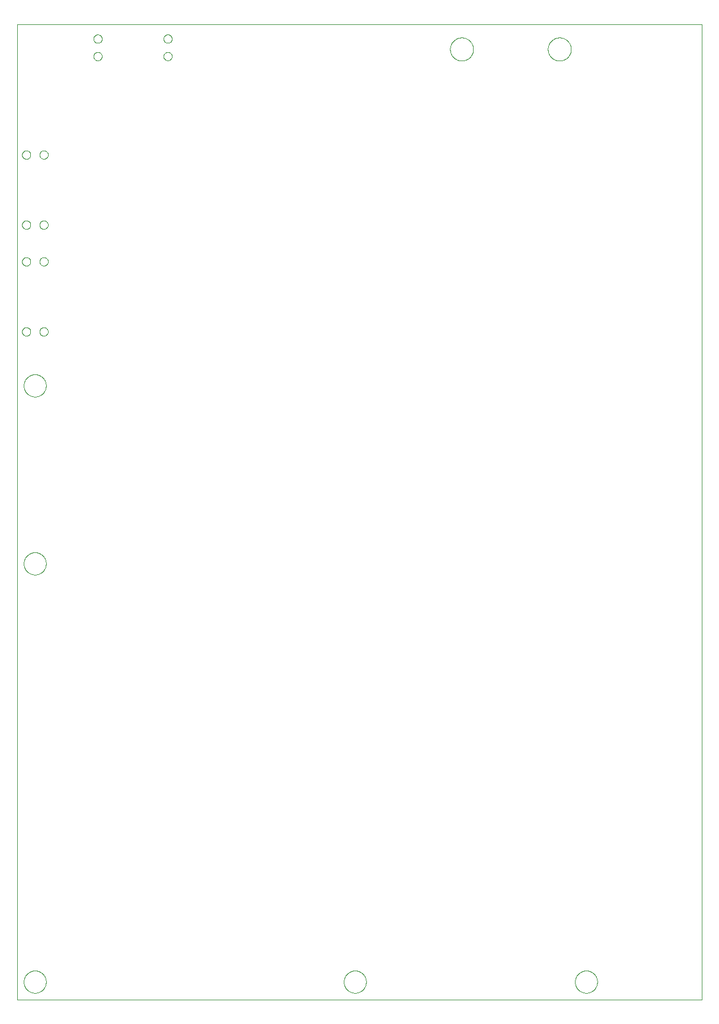
<source format=gko>
G75*
%MOIN*%
%OFA0B0*%
%FSLAX25Y25*%
%IPPOS*%
%LPD*%
%AMOC8*
5,1,8,0,0,1.08239X$1,22.5*
%
%ADD10C,0.00000*%
D10*
X0011991Y0006300D02*
X0396991Y0006300D01*
X0396991Y0554300D01*
X0011991Y0554300D01*
X0011991Y0006300D01*
X0015741Y0016300D02*
X0015743Y0016458D01*
X0015749Y0016615D01*
X0015759Y0016773D01*
X0015773Y0016930D01*
X0015791Y0017086D01*
X0015812Y0017243D01*
X0015838Y0017398D01*
X0015868Y0017553D01*
X0015901Y0017707D01*
X0015939Y0017860D01*
X0015980Y0018013D01*
X0016025Y0018164D01*
X0016074Y0018314D01*
X0016127Y0018462D01*
X0016183Y0018610D01*
X0016244Y0018755D01*
X0016307Y0018900D01*
X0016375Y0019042D01*
X0016446Y0019183D01*
X0016520Y0019322D01*
X0016598Y0019459D01*
X0016680Y0019594D01*
X0016764Y0019727D01*
X0016853Y0019858D01*
X0016944Y0019986D01*
X0017039Y0020113D01*
X0017136Y0020236D01*
X0017237Y0020358D01*
X0017341Y0020476D01*
X0017448Y0020592D01*
X0017558Y0020705D01*
X0017670Y0020816D01*
X0017786Y0020923D01*
X0017904Y0021028D01*
X0018024Y0021130D01*
X0018147Y0021228D01*
X0018273Y0021324D01*
X0018401Y0021416D01*
X0018531Y0021505D01*
X0018663Y0021591D01*
X0018798Y0021673D01*
X0018935Y0021752D01*
X0019073Y0021827D01*
X0019213Y0021899D01*
X0019356Y0021967D01*
X0019499Y0022032D01*
X0019645Y0022093D01*
X0019792Y0022150D01*
X0019940Y0022204D01*
X0020090Y0022254D01*
X0020240Y0022300D01*
X0020392Y0022342D01*
X0020545Y0022381D01*
X0020699Y0022415D01*
X0020854Y0022446D01*
X0021009Y0022472D01*
X0021165Y0022495D01*
X0021322Y0022514D01*
X0021479Y0022529D01*
X0021636Y0022540D01*
X0021794Y0022547D01*
X0021952Y0022550D01*
X0022109Y0022549D01*
X0022267Y0022544D01*
X0022424Y0022535D01*
X0022582Y0022522D01*
X0022738Y0022505D01*
X0022895Y0022484D01*
X0023050Y0022460D01*
X0023205Y0022431D01*
X0023360Y0022398D01*
X0023513Y0022362D01*
X0023666Y0022321D01*
X0023817Y0022277D01*
X0023967Y0022229D01*
X0024116Y0022178D01*
X0024264Y0022122D01*
X0024410Y0022063D01*
X0024555Y0022000D01*
X0024698Y0021933D01*
X0024839Y0021863D01*
X0024978Y0021790D01*
X0025116Y0021713D01*
X0025252Y0021632D01*
X0025385Y0021548D01*
X0025516Y0021461D01*
X0025645Y0021370D01*
X0025772Y0021276D01*
X0025897Y0021179D01*
X0026018Y0021079D01*
X0026138Y0020976D01*
X0026254Y0020870D01*
X0026368Y0020761D01*
X0026480Y0020649D01*
X0026588Y0020535D01*
X0026693Y0020417D01*
X0026796Y0020297D01*
X0026895Y0020175D01*
X0026991Y0020050D01*
X0027084Y0019922D01*
X0027174Y0019793D01*
X0027260Y0019661D01*
X0027344Y0019527D01*
X0027423Y0019391D01*
X0027500Y0019253D01*
X0027572Y0019113D01*
X0027641Y0018971D01*
X0027707Y0018828D01*
X0027769Y0018683D01*
X0027827Y0018536D01*
X0027882Y0018388D01*
X0027933Y0018239D01*
X0027980Y0018088D01*
X0028023Y0017937D01*
X0028062Y0017784D01*
X0028098Y0017630D01*
X0028129Y0017476D01*
X0028157Y0017321D01*
X0028181Y0017165D01*
X0028201Y0017008D01*
X0028217Y0016851D01*
X0028229Y0016694D01*
X0028237Y0016537D01*
X0028241Y0016379D01*
X0028241Y0016221D01*
X0028237Y0016063D01*
X0028229Y0015906D01*
X0028217Y0015749D01*
X0028201Y0015592D01*
X0028181Y0015435D01*
X0028157Y0015279D01*
X0028129Y0015124D01*
X0028098Y0014970D01*
X0028062Y0014816D01*
X0028023Y0014663D01*
X0027980Y0014512D01*
X0027933Y0014361D01*
X0027882Y0014212D01*
X0027827Y0014064D01*
X0027769Y0013917D01*
X0027707Y0013772D01*
X0027641Y0013629D01*
X0027572Y0013487D01*
X0027500Y0013347D01*
X0027423Y0013209D01*
X0027344Y0013073D01*
X0027260Y0012939D01*
X0027174Y0012807D01*
X0027084Y0012678D01*
X0026991Y0012550D01*
X0026895Y0012425D01*
X0026796Y0012303D01*
X0026693Y0012183D01*
X0026588Y0012065D01*
X0026480Y0011951D01*
X0026368Y0011839D01*
X0026254Y0011730D01*
X0026138Y0011624D01*
X0026018Y0011521D01*
X0025897Y0011421D01*
X0025772Y0011324D01*
X0025645Y0011230D01*
X0025516Y0011139D01*
X0025385Y0011052D01*
X0025252Y0010968D01*
X0025116Y0010887D01*
X0024978Y0010810D01*
X0024839Y0010737D01*
X0024698Y0010667D01*
X0024555Y0010600D01*
X0024410Y0010537D01*
X0024264Y0010478D01*
X0024116Y0010422D01*
X0023967Y0010371D01*
X0023817Y0010323D01*
X0023666Y0010279D01*
X0023513Y0010238D01*
X0023360Y0010202D01*
X0023205Y0010169D01*
X0023050Y0010140D01*
X0022895Y0010116D01*
X0022738Y0010095D01*
X0022582Y0010078D01*
X0022424Y0010065D01*
X0022267Y0010056D01*
X0022109Y0010051D01*
X0021952Y0010050D01*
X0021794Y0010053D01*
X0021636Y0010060D01*
X0021479Y0010071D01*
X0021322Y0010086D01*
X0021165Y0010105D01*
X0021009Y0010128D01*
X0020854Y0010154D01*
X0020699Y0010185D01*
X0020545Y0010219D01*
X0020392Y0010258D01*
X0020240Y0010300D01*
X0020090Y0010346D01*
X0019940Y0010396D01*
X0019792Y0010450D01*
X0019645Y0010507D01*
X0019499Y0010568D01*
X0019356Y0010633D01*
X0019213Y0010701D01*
X0019073Y0010773D01*
X0018935Y0010848D01*
X0018798Y0010927D01*
X0018663Y0011009D01*
X0018531Y0011095D01*
X0018401Y0011184D01*
X0018273Y0011276D01*
X0018147Y0011372D01*
X0018024Y0011470D01*
X0017904Y0011572D01*
X0017786Y0011677D01*
X0017670Y0011784D01*
X0017558Y0011895D01*
X0017448Y0012008D01*
X0017341Y0012124D01*
X0017237Y0012242D01*
X0017136Y0012364D01*
X0017039Y0012487D01*
X0016944Y0012614D01*
X0016853Y0012742D01*
X0016764Y0012873D01*
X0016680Y0013006D01*
X0016598Y0013141D01*
X0016520Y0013278D01*
X0016446Y0013417D01*
X0016375Y0013558D01*
X0016307Y0013700D01*
X0016244Y0013845D01*
X0016183Y0013990D01*
X0016127Y0014138D01*
X0016074Y0014286D01*
X0016025Y0014436D01*
X0015980Y0014587D01*
X0015939Y0014740D01*
X0015901Y0014893D01*
X0015868Y0015047D01*
X0015838Y0015202D01*
X0015812Y0015357D01*
X0015791Y0015514D01*
X0015773Y0015670D01*
X0015759Y0015827D01*
X0015749Y0015985D01*
X0015743Y0016142D01*
X0015741Y0016300D01*
X0015741Y0251300D02*
X0015743Y0251458D01*
X0015749Y0251615D01*
X0015759Y0251773D01*
X0015773Y0251930D01*
X0015791Y0252086D01*
X0015812Y0252243D01*
X0015838Y0252398D01*
X0015868Y0252553D01*
X0015901Y0252707D01*
X0015939Y0252860D01*
X0015980Y0253013D01*
X0016025Y0253164D01*
X0016074Y0253314D01*
X0016127Y0253462D01*
X0016183Y0253610D01*
X0016244Y0253755D01*
X0016307Y0253900D01*
X0016375Y0254042D01*
X0016446Y0254183D01*
X0016520Y0254322D01*
X0016598Y0254459D01*
X0016680Y0254594D01*
X0016764Y0254727D01*
X0016853Y0254858D01*
X0016944Y0254986D01*
X0017039Y0255113D01*
X0017136Y0255236D01*
X0017237Y0255358D01*
X0017341Y0255476D01*
X0017448Y0255592D01*
X0017558Y0255705D01*
X0017670Y0255816D01*
X0017786Y0255923D01*
X0017904Y0256028D01*
X0018024Y0256130D01*
X0018147Y0256228D01*
X0018273Y0256324D01*
X0018401Y0256416D01*
X0018531Y0256505D01*
X0018663Y0256591D01*
X0018798Y0256673D01*
X0018935Y0256752D01*
X0019073Y0256827D01*
X0019213Y0256899D01*
X0019356Y0256967D01*
X0019499Y0257032D01*
X0019645Y0257093D01*
X0019792Y0257150D01*
X0019940Y0257204D01*
X0020090Y0257254D01*
X0020240Y0257300D01*
X0020392Y0257342D01*
X0020545Y0257381D01*
X0020699Y0257415D01*
X0020854Y0257446D01*
X0021009Y0257472D01*
X0021165Y0257495D01*
X0021322Y0257514D01*
X0021479Y0257529D01*
X0021636Y0257540D01*
X0021794Y0257547D01*
X0021952Y0257550D01*
X0022109Y0257549D01*
X0022267Y0257544D01*
X0022424Y0257535D01*
X0022582Y0257522D01*
X0022738Y0257505D01*
X0022895Y0257484D01*
X0023050Y0257460D01*
X0023205Y0257431D01*
X0023360Y0257398D01*
X0023513Y0257362D01*
X0023666Y0257321D01*
X0023817Y0257277D01*
X0023967Y0257229D01*
X0024116Y0257178D01*
X0024264Y0257122D01*
X0024410Y0257063D01*
X0024555Y0257000D01*
X0024698Y0256933D01*
X0024839Y0256863D01*
X0024978Y0256790D01*
X0025116Y0256713D01*
X0025252Y0256632D01*
X0025385Y0256548D01*
X0025516Y0256461D01*
X0025645Y0256370D01*
X0025772Y0256276D01*
X0025897Y0256179D01*
X0026018Y0256079D01*
X0026138Y0255976D01*
X0026254Y0255870D01*
X0026368Y0255761D01*
X0026480Y0255649D01*
X0026588Y0255535D01*
X0026693Y0255417D01*
X0026796Y0255297D01*
X0026895Y0255175D01*
X0026991Y0255050D01*
X0027084Y0254922D01*
X0027174Y0254793D01*
X0027260Y0254661D01*
X0027344Y0254527D01*
X0027423Y0254391D01*
X0027500Y0254253D01*
X0027572Y0254113D01*
X0027641Y0253971D01*
X0027707Y0253828D01*
X0027769Y0253683D01*
X0027827Y0253536D01*
X0027882Y0253388D01*
X0027933Y0253239D01*
X0027980Y0253088D01*
X0028023Y0252937D01*
X0028062Y0252784D01*
X0028098Y0252630D01*
X0028129Y0252476D01*
X0028157Y0252321D01*
X0028181Y0252165D01*
X0028201Y0252008D01*
X0028217Y0251851D01*
X0028229Y0251694D01*
X0028237Y0251537D01*
X0028241Y0251379D01*
X0028241Y0251221D01*
X0028237Y0251063D01*
X0028229Y0250906D01*
X0028217Y0250749D01*
X0028201Y0250592D01*
X0028181Y0250435D01*
X0028157Y0250279D01*
X0028129Y0250124D01*
X0028098Y0249970D01*
X0028062Y0249816D01*
X0028023Y0249663D01*
X0027980Y0249512D01*
X0027933Y0249361D01*
X0027882Y0249212D01*
X0027827Y0249064D01*
X0027769Y0248917D01*
X0027707Y0248772D01*
X0027641Y0248629D01*
X0027572Y0248487D01*
X0027500Y0248347D01*
X0027423Y0248209D01*
X0027344Y0248073D01*
X0027260Y0247939D01*
X0027174Y0247807D01*
X0027084Y0247678D01*
X0026991Y0247550D01*
X0026895Y0247425D01*
X0026796Y0247303D01*
X0026693Y0247183D01*
X0026588Y0247065D01*
X0026480Y0246951D01*
X0026368Y0246839D01*
X0026254Y0246730D01*
X0026138Y0246624D01*
X0026018Y0246521D01*
X0025897Y0246421D01*
X0025772Y0246324D01*
X0025645Y0246230D01*
X0025516Y0246139D01*
X0025385Y0246052D01*
X0025252Y0245968D01*
X0025116Y0245887D01*
X0024978Y0245810D01*
X0024839Y0245737D01*
X0024698Y0245667D01*
X0024555Y0245600D01*
X0024410Y0245537D01*
X0024264Y0245478D01*
X0024116Y0245422D01*
X0023967Y0245371D01*
X0023817Y0245323D01*
X0023666Y0245279D01*
X0023513Y0245238D01*
X0023360Y0245202D01*
X0023205Y0245169D01*
X0023050Y0245140D01*
X0022895Y0245116D01*
X0022738Y0245095D01*
X0022582Y0245078D01*
X0022424Y0245065D01*
X0022267Y0245056D01*
X0022109Y0245051D01*
X0021952Y0245050D01*
X0021794Y0245053D01*
X0021636Y0245060D01*
X0021479Y0245071D01*
X0021322Y0245086D01*
X0021165Y0245105D01*
X0021009Y0245128D01*
X0020854Y0245154D01*
X0020699Y0245185D01*
X0020545Y0245219D01*
X0020392Y0245258D01*
X0020240Y0245300D01*
X0020090Y0245346D01*
X0019940Y0245396D01*
X0019792Y0245450D01*
X0019645Y0245507D01*
X0019499Y0245568D01*
X0019356Y0245633D01*
X0019213Y0245701D01*
X0019073Y0245773D01*
X0018935Y0245848D01*
X0018798Y0245927D01*
X0018663Y0246009D01*
X0018531Y0246095D01*
X0018401Y0246184D01*
X0018273Y0246276D01*
X0018147Y0246372D01*
X0018024Y0246470D01*
X0017904Y0246572D01*
X0017786Y0246677D01*
X0017670Y0246784D01*
X0017558Y0246895D01*
X0017448Y0247008D01*
X0017341Y0247124D01*
X0017237Y0247242D01*
X0017136Y0247364D01*
X0017039Y0247487D01*
X0016944Y0247614D01*
X0016853Y0247742D01*
X0016764Y0247873D01*
X0016680Y0248006D01*
X0016598Y0248141D01*
X0016520Y0248278D01*
X0016446Y0248417D01*
X0016375Y0248558D01*
X0016307Y0248700D01*
X0016244Y0248845D01*
X0016183Y0248990D01*
X0016127Y0249138D01*
X0016074Y0249286D01*
X0016025Y0249436D01*
X0015980Y0249587D01*
X0015939Y0249740D01*
X0015901Y0249893D01*
X0015868Y0250047D01*
X0015838Y0250202D01*
X0015812Y0250357D01*
X0015791Y0250514D01*
X0015773Y0250670D01*
X0015759Y0250827D01*
X0015749Y0250985D01*
X0015743Y0251142D01*
X0015741Y0251300D01*
X0015741Y0351300D02*
X0015743Y0351458D01*
X0015749Y0351615D01*
X0015759Y0351773D01*
X0015773Y0351930D01*
X0015791Y0352086D01*
X0015812Y0352243D01*
X0015838Y0352398D01*
X0015868Y0352553D01*
X0015901Y0352707D01*
X0015939Y0352860D01*
X0015980Y0353013D01*
X0016025Y0353164D01*
X0016074Y0353314D01*
X0016127Y0353462D01*
X0016183Y0353610D01*
X0016244Y0353755D01*
X0016307Y0353900D01*
X0016375Y0354042D01*
X0016446Y0354183D01*
X0016520Y0354322D01*
X0016598Y0354459D01*
X0016680Y0354594D01*
X0016764Y0354727D01*
X0016853Y0354858D01*
X0016944Y0354986D01*
X0017039Y0355113D01*
X0017136Y0355236D01*
X0017237Y0355358D01*
X0017341Y0355476D01*
X0017448Y0355592D01*
X0017558Y0355705D01*
X0017670Y0355816D01*
X0017786Y0355923D01*
X0017904Y0356028D01*
X0018024Y0356130D01*
X0018147Y0356228D01*
X0018273Y0356324D01*
X0018401Y0356416D01*
X0018531Y0356505D01*
X0018663Y0356591D01*
X0018798Y0356673D01*
X0018935Y0356752D01*
X0019073Y0356827D01*
X0019213Y0356899D01*
X0019356Y0356967D01*
X0019499Y0357032D01*
X0019645Y0357093D01*
X0019792Y0357150D01*
X0019940Y0357204D01*
X0020090Y0357254D01*
X0020240Y0357300D01*
X0020392Y0357342D01*
X0020545Y0357381D01*
X0020699Y0357415D01*
X0020854Y0357446D01*
X0021009Y0357472D01*
X0021165Y0357495D01*
X0021322Y0357514D01*
X0021479Y0357529D01*
X0021636Y0357540D01*
X0021794Y0357547D01*
X0021952Y0357550D01*
X0022109Y0357549D01*
X0022267Y0357544D01*
X0022424Y0357535D01*
X0022582Y0357522D01*
X0022738Y0357505D01*
X0022895Y0357484D01*
X0023050Y0357460D01*
X0023205Y0357431D01*
X0023360Y0357398D01*
X0023513Y0357362D01*
X0023666Y0357321D01*
X0023817Y0357277D01*
X0023967Y0357229D01*
X0024116Y0357178D01*
X0024264Y0357122D01*
X0024410Y0357063D01*
X0024555Y0357000D01*
X0024698Y0356933D01*
X0024839Y0356863D01*
X0024978Y0356790D01*
X0025116Y0356713D01*
X0025252Y0356632D01*
X0025385Y0356548D01*
X0025516Y0356461D01*
X0025645Y0356370D01*
X0025772Y0356276D01*
X0025897Y0356179D01*
X0026018Y0356079D01*
X0026138Y0355976D01*
X0026254Y0355870D01*
X0026368Y0355761D01*
X0026480Y0355649D01*
X0026588Y0355535D01*
X0026693Y0355417D01*
X0026796Y0355297D01*
X0026895Y0355175D01*
X0026991Y0355050D01*
X0027084Y0354922D01*
X0027174Y0354793D01*
X0027260Y0354661D01*
X0027344Y0354527D01*
X0027423Y0354391D01*
X0027500Y0354253D01*
X0027572Y0354113D01*
X0027641Y0353971D01*
X0027707Y0353828D01*
X0027769Y0353683D01*
X0027827Y0353536D01*
X0027882Y0353388D01*
X0027933Y0353239D01*
X0027980Y0353088D01*
X0028023Y0352937D01*
X0028062Y0352784D01*
X0028098Y0352630D01*
X0028129Y0352476D01*
X0028157Y0352321D01*
X0028181Y0352165D01*
X0028201Y0352008D01*
X0028217Y0351851D01*
X0028229Y0351694D01*
X0028237Y0351537D01*
X0028241Y0351379D01*
X0028241Y0351221D01*
X0028237Y0351063D01*
X0028229Y0350906D01*
X0028217Y0350749D01*
X0028201Y0350592D01*
X0028181Y0350435D01*
X0028157Y0350279D01*
X0028129Y0350124D01*
X0028098Y0349970D01*
X0028062Y0349816D01*
X0028023Y0349663D01*
X0027980Y0349512D01*
X0027933Y0349361D01*
X0027882Y0349212D01*
X0027827Y0349064D01*
X0027769Y0348917D01*
X0027707Y0348772D01*
X0027641Y0348629D01*
X0027572Y0348487D01*
X0027500Y0348347D01*
X0027423Y0348209D01*
X0027344Y0348073D01*
X0027260Y0347939D01*
X0027174Y0347807D01*
X0027084Y0347678D01*
X0026991Y0347550D01*
X0026895Y0347425D01*
X0026796Y0347303D01*
X0026693Y0347183D01*
X0026588Y0347065D01*
X0026480Y0346951D01*
X0026368Y0346839D01*
X0026254Y0346730D01*
X0026138Y0346624D01*
X0026018Y0346521D01*
X0025897Y0346421D01*
X0025772Y0346324D01*
X0025645Y0346230D01*
X0025516Y0346139D01*
X0025385Y0346052D01*
X0025252Y0345968D01*
X0025116Y0345887D01*
X0024978Y0345810D01*
X0024839Y0345737D01*
X0024698Y0345667D01*
X0024555Y0345600D01*
X0024410Y0345537D01*
X0024264Y0345478D01*
X0024116Y0345422D01*
X0023967Y0345371D01*
X0023817Y0345323D01*
X0023666Y0345279D01*
X0023513Y0345238D01*
X0023360Y0345202D01*
X0023205Y0345169D01*
X0023050Y0345140D01*
X0022895Y0345116D01*
X0022738Y0345095D01*
X0022582Y0345078D01*
X0022424Y0345065D01*
X0022267Y0345056D01*
X0022109Y0345051D01*
X0021952Y0345050D01*
X0021794Y0345053D01*
X0021636Y0345060D01*
X0021479Y0345071D01*
X0021322Y0345086D01*
X0021165Y0345105D01*
X0021009Y0345128D01*
X0020854Y0345154D01*
X0020699Y0345185D01*
X0020545Y0345219D01*
X0020392Y0345258D01*
X0020240Y0345300D01*
X0020090Y0345346D01*
X0019940Y0345396D01*
X0019792Y0345450D01*
X0019645Y0345507D01*
X0019499Y0345568D01*
X0019356Y0345633D01*
X0019213Y0345701D01*
X0019073Y0345773D01*
X0018935Y0345848D01*
X0018798Y0345927D01*
X0018663Y0346009D01*
X0018531Y0346095D01*
X0018401Y0346184D01*
X0018273Y0346276D01*
X0018147Y0346372D01*
X0018024Y0346470D01*
X0017904Y0346572D01*
X0017786Y0346677D01*
X0017670Y0346784D01*
X0017558Y0346895D01*
X0017448Y0347008D01*
X0017341Y0347124D01*
X0017237Y0347242D01*
X0017136Y0347364D01*
X0017039Y0347487D01*
X0016944Y0347614D01*
X0016853Y0347742D01*
X0016764Y0347873D01*
X0016680Y0348006D01*
X0016598Y0348141D01*
X0016520Y0348278D01*
X0016446Y0348417D01*
X0016375Y0348558D01*
X0016307Y0348700D01*
X0016244Y0348845D01*
X0016183Y0348990D01*
X0016127Y0349138D01*
X0016074Y0349286D01*
X0016025Y0349436D01*
X0015980Y0349587D01*
X0015939Y0349740D01*
X0015901Y0349893D01*
X0015868Y0350047D01*
X0015838Y0350202D01*
X0015812Y0350357D01*
X0015791Y0350514D01*
X0015773Y0350670D01*
X0015759Y0350827D01*
X0015749Y0350985D01*
X0015743Y0351142D01*
X0015741Y0351300D01*
X0014786Y0381615D02*
X0014788Y0381712D01*
X0014794Y0381809D01*
X0014804Y0381905D01*
X0014818Y0382001D01*
X0014836Y0382097D01*
X0014857Y0382191D01*
X0014883Y0382285D01*
X0014912Y0382377D01*
X0014946Y0382468D01*
X0014982Y0382558D01*
X0015023Y0382646D01*
X0015067Y0382732D01*
X0015115Y0382817D01*
X0015166Y0382899D01*
X0015220Y0382980D01*
X0015278Y0383058D01*
X0015339Y0383133D01*
X0015402Y0383206D01*
X0015469Y0383277D01*
X0015539Y0383344D01*
X0015611Y0383409D01*
X0015686Y0383470D01*
X0015764Y0383529D01*
X0015843Y0383584D01*
X0015925Y0383636D01*
X0016009Y0383684D01*
X0016095Y0383729D01*
X0016183Y0383771D01*
X0016272Y0383809D01*
X0016363Y0383843D01*
X0016455Y0383873D01*
X0016548Y0383900D01*
X0016643Y0383922D01*
X0016738Y0383941D01*
X0016834Y0383956D01*
X0016930Y0383967D01*
X0017027Y0383974D01*
X0017124Y0383977D01*
X0017221Y0383976D01*
X0017318Y0383971D01*
X0017414Y0383962D01*
X0017510Y0383949D01*
X0017606Y0383932D01*
X0017701Y0383911D01*
X0017794Y0383887D01*
X0017887Y0383858D01*
X0017979Y0383826D01*
X0018069Y0383790D01*
X0018157Y0383751D01*
X0018244Y0383707D01*
X0018329Y0383661D01*
X0018412Y0383610D01*
X0018493Y0383557D01*
X0018571Y0383500D01*
X0018648Y0383440D01*
X0018721Y0383377D01*
X0018792Y0383311D01*
X0018860Y0383242D01*
X0018926Y0383170D01*
X0018988Y0383096D01*
X0019047Y0383019D01*
X0019103Y0382940D01*
X0019156Y0382858D01*
X0019206Y0382775D01*
X0019251Y0382689D01*
X0019294Y0382602D01*
X0019333Y0382513D01*
X0019368Y0382423D01*
X0019399Y0382331D01*
X0019426Y0382238D01*
X0019450Y0382144D01*
X0019470Y0382049D01*
X0019486Y0381953D01*
X0019498Y0381857D01*
X0019506Y0381760D01*
X0019510Y0381663D01*
X0019510Y0381567D01*
X0019506Y0381470D01*
X0019498Y0381373D01*
X0019486Y0381277D01*
X0019470Y0381181D01*
X0019450Y0381086D01*
X0019426Y0380992D01*
X0019399Y0380899D01*
X0019368Y0380807D01*
X0019333Y0380717D01*
X0019294Y0380628D01*
X0019251Y0380541D01*
X0019206Y0380455D01*
X0019156Y0380372D01*
X0019103Y0380290D01*
X0019047Y0380211D01*
X0018988Y0380134D01*
X0018926Y0380060D01*
X0018860Y0379988D01*
X0018792Y0379919D01*
X0018721Y0379853D01*
X0018648Y0379790D01*
X0018571Y0379730D01*
X0018493Y0379673D01*
X0018412Y0379620D01*
X0018329Y0379569D01*
X0018244Y0379523D01*
X0018157Y0379479D01*
X0018069Y0379440D01*
X0017979Y0379404D01*
X0017887Y0379372D01*
X0017794Y0379343D01*
X0017701Y0379319D01*
X0017606Y0379298D01*
X0017510Y0379281D01*
X0017414Y0379268D01*
X0017318Y0379259D01*
X0017221Y0379254D01*
X0017124Y0379253D01*
X0017027Y0379256D01*
X0016930Y0379263D01*
X0016834Y0379274D01*
X0016738Y0379289D01*
X0016643Y0379308D01*
X0016548Y0379330D01*
X0016455Y0379357D01*
X0016363Y0379387D01*
X0016272Y0379421D01*
X0016183Y0379459D01*
X0016095Y0379501D01*
X0016009Y0379546D01*
X0015925Y0379594D01*
X0015843Y0379646D01*
X0015764Y0379701D01*
X0015686Y0379760D01*
X0015611Y0379821D01*
X0015539Y0379886D01*
X0015469Y0379953D01*
X0015402Y0380024D01*
X0015339Y0380097D01*
X0015278Y0380172D01*
X0015220Y0380250D01*
X0015166Y0380331D01*
X0015115Y0380413D01*
X0015067Y0380498D01*
X0015023Y0380584D01*
X0014982Y0380672D01*
X0014946Y0380762D01*
X0014912Y0380853D01*
X0014883Y0380945D01*
X0014857Y0381039D01*
X0014836Y0381133D01*
X0014818Y0381229D01*
X0014804Y0381325D01*
X0014794Y0381421D01*
X0014788Y0381518D01*
X0014786Y0381615D01*
X0024629Y0381615D02*
X0024631Y0381712D01*
X0024637Y0381809D01*
X0024647Y0381905D01*
X0024661Y0382001D01*
X0024679Y0382097D01*
X0024700Y0382191D01*
X0024726Y0382285D01*
X0024755Y0382377D01*
X0024789Y0382468D01*
X0024825Y0382558D01*
X0024866Y0382646D01*
X0024910Y0382732D01*
X0024958Y0382817D01*
X0025009Y0382899D01*
X0025063Y0382980D01*
X0025121Y0383058D01*
X0025182Y0383133D01*
X0025245Y0383206D01*
X0025312Y0383277D01*
X0025382Y0383344D01*
X0025454Y0383409D01*
X0025529Y0383470D01*
X0025607Y0383529D01*
X0025686Y0383584D01*
X0025768Y0383636D01*
X0025852Y0383684D01*
X0025938Y0383729D01*
X0026026Y0383771D01*
X0026115Y0383809D01*
X0026206Y0383843D01*
X0026298Y0383873D01*
X0026391Y0383900D01*
X0026486Y0383922D01*
X0026581Y0383941D01*
X0026677Y0383956D01*
X0026773Y0383967D01*
X0026870Y0383974D01*
X0026967Y0383977D01*
X0027064Y0383976D01*
X0027161Y0383971D01*
X0027257Y0383962D01*
X0027353Y0383949D01*
X0027449Y0383932D01*
X0027544Y0383911D01*
X0027637Y0383887D01*
X0027730Y0383858D01*
X0027822Y0383826D01*
X0027912Y0383790D01*
X0028000Y0383751D01*
X0028087Y0383707D01*
X0028172Y0383661D01*
X0028255Y0383610D01*
X0028336Y0383557D01*
X0028414Y0383500D01*
X0028491Y0383440D01*
X0028564Y0383377D01*
X0028635Y0383311D01*
X0028703Y0383242D01*
X0028769Y0383170D01*
X0028831Y0383096D01*
X0028890Y0383019D01*
X0028946Y0382940D01*
X0028999Y0382858D01*
X0029049Y0382775D01*
X0029094Y0382689D01*
X0029137Y0382602D01*
X0029176Y0382513D01*
X0029211Y0382423D01*
X0029242Y0382331D01*
X0029269Y0382238D01*
X0029293Y0382144D01*
X0029313Y0382049D01*
X0029329Y0381953D01*
X0029341Y0381857D01*
X0029349Y0381760D01*
X0029353Y0381663D01*
X0029353Y0381567D01*
X0029349Y0381470D01*
X0029341Y0381373D01*
X0029329Y0381277D01*
X0029313Y0381181D01*
X0029293Y0381086D01*
X0029269Y0380992D01*
X0029242Y0380899D01*
X0029211Y0380807D01*
X0029176Y0380717D01*
X0029137Y0380628D01*
X0029094Y0380541D01*
X0029049Y0380455D01*
X0028999Y0380372D01*
X0028946Y0380290D01*
X0028890Y0380211D01*
X0028831Y0380134D01*
X0028769Y0380060D01*
X0028703Y0379988D01*
X0028635Y0379919D01*
X0028564Y0379853D01*
X0028491Y0379790D01*
X0028414Y0379730D01*
X0028336Y0379673D01*
X0028255Y0379620D01*
X0028172Y0379569D01*
X0028087Y0379523D01*
X0028000Y0379479D01*
X0027912Y0379440D01*
X0027822Y0379404D01*
X0027730Y0379372D01*
X0027637Y0379343D01*
X0027544Y0379319D01*
X0027449Y0379298D01*
X0027353Y0379281D01*
X0027257Y0379268D01*
X0027161Y0379259D01*
X0027064Y0379254D01*
X0026967Y0379253D01*
X0026870Y0379256D01*
X0026773Y0379263D01*
X0026677Y0379274D01*
X0026581Y0379289D01*
X0026486Y0379308D01*
X0026391Y0379330D01*
X0026298Y0379357D01*
X0026206Y0379387D01*
X0026115Y0379421D01*
X0026026Y0379459D01*
X0025938Y0379501D01*
X0025852Y0379546D01*
X0025768Y0379594D01*
X0025686Y0379646D01*
X0025607Y0379701D01*
X0025529Y0379760D01*
X0025454Y0379821D01*
X0025382Y0379886D01*
X0025312Y0379953D01*
X0025245Y0380024D01*
X0025182Y0380097D01*
X0025121Y0380172D01*
X0025063Y0380250D01*
X0025009Y0380331D01*
X0024958Y0380413D01*
X0024910Y0380498D01*
X0024866Y0380584D01*
X0024825Y0380672D01*
X0024789Y0380762D01*
X0024755Y0380853D01*
X0024726Y0380945D01*
X0024700Y0381039D01*
X0024679Y0381133D01*
X0024661Y0381229D01*
X0024647Y0381325D01*
X0024637Y0381421D01*
X0024631Y0381518D01*
X0024629Y0381615D01*
X0024629Y0420985D02*
X0024631Y0421082D01*
X0024637Y0421179D01*
X0024647Y0421275D01*
X0024661Y0421371D01*
X0024679Y0421467D01*
X0024700Y0421561D01*
X0024726Y0421655D01*
X0024755Y0421747D01*
X0024789Y0421838D01*
X0024825Y0421928D01*
X0024866Y0422016D01*
X0024910Y0422102D01*
X0024958Y0422187D01*
X0025009Y0422269D01*
X0025063Y0422350D01*
X0025121Y0422428D01*
X0025182Y0422503D01*
X0025245Y0422576D01*
X0025312Y0422647D01*
X0025382Y0422714D01*
X0025454Y0422779D01*
X0025529Y0422840D01*
X0025607Y0422899D01*
X0025686Y0422954D01*
X0025768Y0423006D01*
X0025852Y0423054D01*
X0025938Y0423099D01*
X0026026Y0423141D01*
X0026115Y0423179D01*
X0026206Y0423213D01*
X0026298Y0423243D01*
X0026391Y0423270D01*
X0026486Y0423292D01*
X0026581Y0423311D01*
X0026677Y0423326D01*
X0026773Y0423337D01*
X0026870Y0423344D01*
X0026967Y0423347D01*
X0027064Y0423346D01*
X0027161Y0423341D01*
X0027257Y0423332D01*
X0027353Y0423319D01*
X0027449Y0423302D01*
X0027544Y0423281D01*
X0027637Y0423257D01*
X0027730Y0423228D01*
X0027822Y0423196D01*
X0027912Y0423160D01*
X0028000Y0423121D01*
X0028087Y0423077D01*
X0028172Y0423031D01*
X0028255Y0422980D01*
X0028336Y0422927D01*
X0028414Y0422870D01*
X0028491Y0422810D01*
X0028564Y0422747D01*
X0028635Y0422681D01*
X0028703Y0422612D01*
X0028769Y0422540D01*
X0028831Y0422466D01*
X0028890Y0422389D01*
X0028946Y0422310D01*
X0028999Y0422228D01*
X0029049Y0422145D01*
X0029094Y0422059D01*
X0029137Y0421972D01*
X0029176Y0421883D01*
X0029211Y0421793D01*
X0029242Y0421701D01*
X0029269Y0421608D01*
X0029293Y0421514D01*
X0029313Y0421419D01*
X0029329Y0421323D01*
X0029341Y0421227D01*
X0029349Y0421130D01*
X0029353Y0421033D01*
X0029353Y0420937D01*
X0029349Y0420840D01*
X0029341Y0420743D01*
X0029329Y0420647D01*
X0029313Y0420551D01*
X0029293Y0420456D01*
X0029269Y0420362D01*
X0029242Y0420269D01*
X0029211Y0420177D01*
X0029176Y0420087D01*
X0029137Y0419998D01*
X0029094Y0419911D01*
X0029049Y0419825D01*
X0028999Y0419742D01*
X0028946Y0419660D01*
X0028890Y0419581D01*
X0028831Y0419504D01*
X0028769Y0419430D01*
X0028703Y0419358D01*
X0028635Y0419289D01*
X0028564Y0419223D01*
X0028491Y0419160D01*
X0028414Y0419100D01*
X0028336Y0419043D01*
X0028255Y0418990D01*
X0028172Y0418939D01*
X0028087Y0418893D01*
X0028000Y0418849D01*
X0027912Y0418810D01*
X0027822Y0418774D01*
X0027730Y0418742D01*
X0027637Y0418713D01*
X0027544Y0418689D01*
X0027449Y0418668D01*
X0027353Y0418651D01*
X0027257Y0418638D01*
X0027161Y0418629D01*
X0027064Y0418624D01*
X0026967Y0418623D01*
X0026870Y0418626D01*
X0026773Y0418633D01*
X0026677Y0418644D01*
X0026581Y0418659D01*
X0026486Y0418678D01*
X0026391Y0418700D01*
X0026298Y0418727D01*
X0026206Y0418757D01*
X0026115Y0418791D01*
X0026026Y0418829D01*
X0025938Y0418871D01*
X0025852Y0418916D01*
X0025768Y0418964D01*
X0025686Y0419016D01*
X0025607Y0419071D01*
X0025529Y0419130D01*
X0025454Y0419191D01*
X0025382Y0419256D01*
X0025312Y0419323D01*
X0025245Y0419394D01*
X0025182Y0419467D01*
X0025121Y0419542D01*
X0025063Y0419620D01*
X0025009Y0419701D01*
X0024958Y0419783D01*
X0024910Y0419868D01*
X0024866Y0419954D01*
X0024825Y0420042D01*
X0024789Y0420132D01*
X0024755Y0420223D01*
X0024726Y0420315D01*
X0024700Y0420409D01*
X0024679Y0420503D01*
X0024661Y0420599D01*
X0024647Y0420695D01*
X0024637Y0420791D01*
X0024631Y0420888D01*
X0024629Y0420985D01*
X0014786Y0420985D02*
X0014788Y0421082D01*
X0014794Y0421179D01*
X0014804Y0421275D01*
X0014818Y0421371D01*
X0014836Y0421467D01*
X0014857Y0421561D01*
X0014883Y0421655D01*
X0014912Y0421747D01*
X0014946Y0421838D01*
X0014982Y0421928D01*
X0015023Y0422016D01*
X0015067Y0422102D01*
X0015115Y0422187D01*
X0015166Y0422269D01*
X0015220Y0422350D01*
X0015278Y0422428D01*
X0015339Y0422503D01*
X0015402Y0422576D01*
X0015469Y0422647D01*
X0015539Y0422714D01*
X0015611Y0422779D01*
X0015686Y0422840D01*
X0015764Y0422899D01*
X0015843Y0422954D01*
X0015925Y0423006D01*
X0016009Y0423054D01*
X0016095Y0423099D01*
X0016183Y0423141D01*
X0016272Y0423179D01*
X0016363Y0423213D01*
X0016455Y0423243D01*
X0016548Y0423270D01*
X0016643Y0423292D01*
X0016738Y0423311D01*
X0016834Y0423326D01*
X0016930Y0423337D01*
X0017027Y0423344D01*
X0017124Y0423347D01*
X0017221Y0423346D01*
X0017318Y0423341D01*
X0017414Y0423332D01*
X0017510Y0423319D01*
X0017606Y0423302D01*
X0017701Y0423281D01*
X0017794Y0423257D01*
X0017887Y0423228D01*
X0017979Y0423196D01*
X0018069Y0423160D01*
X0018157Y0423121D01*
X0018244Y0423077D01*
X0018329Y0423031D01*
X0018412Y0422980D01*
X0018493Y0422927D01*
X0018571Y0422870D01*
X0018648Y0422810D01*
X0018721Y0422747D01*
X0018792Y0422681D01*
X0018860Y0422612D01*
X0018926Y0422540D01*
X0018988Y0422466D01*
X0019047Y0422389D01*
X0019103Y0422310D01*
X0019156Y0422228D01*
X0019206Y0422145D01*
X0019251Y0422059D01*
X0019294Y0421972D01*
X0019333Y0421883D01*
X0019368Y0421793D01*
X0019399Y0421701D01*
X0019426Y0421608D01*
X0019450Y0421514D01*
X0019470Y0421419D01*
X0019486Y0421323D01*
X0019498Y0421227D01*
X0019506Y0421130D01*
X0019510Y0421033D01*
X0019510Y0420937D01*
X0019506Y0420840D01*
X0019498Y0420743D01*
X0019486Y0420647D01*
X0019470Y0420551D01*
X0019450Y0420456D01*
X0019426Y0420362D01*
X0019399Y0420269D01*
X0019368Y0420177D01*
X0019333Y0420087D01*
X0019294Y0419998D01*
X0019251Y0419911D01*
X0019206Y0419825D01*
X0019156Y0419742D01*
X0019103Y0419660D01*
X0019047Y0419581D01*
X0018988Y0419504D01*
X0018926Y0419430D01*
X0018860Y0419358D01*
X0018792Y0419289D01*
X0018721Y0419223D01*
X0018648Y0419160D01*
X0018571Y0419100D01*
X0018493Y0419043D01*
X0018412Y0418990D01*
X0018329Y0418939D01*
X0018244Y0418893D01*
X0018157Y0418849D01*
X0018069Y0418810D01*
X0017979Y0418774D01*
X0017887Y0418742D01*
X0017794Y0418713D01*
X0017701Y0418689D01*
X0017606Y0418668D01*
X0017510Y0418651D01*
X0017414Y0418638D01*
X0017318Y0418629D01*
X0017221Y0418624D01*
X0017124Y0418623D01*
X0017027Y0418626D01*
X0016930Y0418633D01*
X0016834Y0418644D01*
X0016738Y0418659D01*
X0016643Y0418678D01*
X0016548Y0418700D01*
X0016455Y0418727D01*
X0016363Y0418757D01*
X0016272Y0418791D01*
X0016183Y0418829D01*
X0016095Y0418871D01*
X0016009Y0418916D01*
X0015925Y0418964D01*
X0015843Y0419016D01*
X0015764Y0419071D01*
X0015686Y0419130D01*
X0015611Y0419191D01*
X0015539Y0419256D01*
X0015469Y0419323D01*
X0015402Y0419394D01*
X0015339Y0419467D01*
X0015278Y0419542D01*
X0015220Y0419620D01*
X0015166Y0419701D01*
X0015115Y0419783D01*
X0015067Y0419868D01*
X0015023Y0419954D01*
X0014982Y0420042D01*
X0014946Y0420132D01*
X0014912Y0420223D01*
X0014883Y0420315D01*
X0014857Y0420409D01*
X0014836Y0420503D01*
X0014818Y0420599D01*
X0014804Y0420695D01*
X0014794Y0420791D01*
X0014788Y0420888D01*
X0014786Y0420985D01*
X0014786Y0441615D02*
X0014788Y0441712D01*
X0014794Y0441809D01*
X0014804Y0441905D01*
X0014818Y0442001D01*
X0014836Y0442097D01*
X0014857Y0442191D01*
X0014883Y0442285D01*
X0014912Y0442377D01*
X0014946Y0442468D01*
X0014982Y0442558D01*
X0015023Y0442646D01*
X0015067Y0442732D01*
X0015115Y0442817D01*
X0015166Y0442899D01*
X0015220Y0442980D01*
X0015278Y0443058D01*
X0015339Y0443133D01*
X0015402Y0443206D01*
X0015469Y0443277D01*
X0015539Y0443344D01*
X0015611Y0443409D01*
X0015686Y0443470D01*
X0015764Y0443529D01*
X0015843Y0443584D01*
X0015925Y0443636D01*
X0016009Y0443684D01*
X0016095Y0443729D01*
X0016183Y0443771D01*
X0016272Y0443809D01*
X0016363Y0443843D01*
X0016455Y0443873D01*
X0016548Y0443900D01*
X0016643Y0443922D01*
X0016738Y0443941D01*
X0016834Y0443956D01*
X0016930Y0443967D01*
X0017027Y0443974D01*
X0017124Y0443977D01*
X0017221Y0443976D01*
X0017318Y0443971D01*
X0017414Y0443962D01*
X0017510Y0443949D01*
X0017606Y0443932D01*
X0017701Y0443911D01*
X0017794Y0443887D01*
X0017887Y0443858D01*
X0017979Y0443826D01*
X0018069Y0443790D01*
X0018157Y0443751D01*
X0018244Y0443707D01*
X0018329Y0443661D01*
X0018412Y0443610D01*
X0018493Y0443557D01*
X0018571Y0443500D01*
X0018648Y0443440D01*
X0018721Y0443377D01*
X0018792Y0443311D01*
X0018860Y0443242D01*
X0018926Y0443170D01*
X0018988Y0443096D01*
X0019047Y0443019D01*
X0019103Y0442940D01*
X0019156Y0442858D01*
X0019206Y0442775D01*
X0019251Y0442689D01*
X0019294Y0442602D01*
X0019333Y0442513D01*
X0019368Y0442423D01*
X0019399Y0442331D01*
X0019426Y0442238D01*
X0019450Y0442144D01*
X0019470Y0442049D01*
X0019486Y0441953D01*
X0019498Y0441857D01*
X0019506Y0441760D01*
X0019510Y0441663D01*
X0019510Y0441567D01*
X0019506Y0441470D01*
X0019498Y0441373D01*
X0019486Y0441277D01*
X0019470Y0441181D01*
X0019450Y0441086D01*
X0019426Y0440992D01*
X0019399Y0440899D01*
X0019368Y0440807D01*
X0019333Y0440717D01*
X0019294Y0440628D01*
X0019251Y0440541D01*
X0019206Y0440455D01*
X0019156Y0440372D01*
X0019103Y0440290D01*
X0019047Y0440211D01*
X0018988Y0440134D01*
X0018926Y0440060D01*
X0018860Y0439988D01*
X0018792Y0439919D01*
X0018721Y0439853D01*
X0018648Y0439790D01*
X0018571Y0439730D01*
X0018493Y0439673D01*
X0018412Y0439620D01*
X0018329Y0439569D01*
X0018244Y0439523D01*
X0018157Y0439479D01*
X0018069Y0439440D01*
X0017979Y0439404D01*
X0017887Y0439372D01*
X0017794Y0439343D01*
X0017701Y0439319D01*
X0017606Y0439298D01*
X0017510Y0439281D01*
X0017414Y0439268D01*
X0017318Y0439259D01*
X0017221Y0439254D01*
X0017124Y0439253D01*
X0017027Y0439256D01*
X0016930Y0439263D01*
X0016834Y0439274D01*
X0016738Y0439289D01*
X0016643Y0439308D01*
X0016548Y0439330D01*
X0016455Y0439357D01*
X0016363Y0439387D01*
X0016272Y0439421D01*
X0016183Y0439459D01*
X0016095Y0439501D01*
X0016009Y0439546D01*
X0015925Y0439594D01*
X0015843Y0439646D01*
X0015764Y0439701D01*
X0015686Y0439760D01*
X0015611Y0439821D01*
X0015539Y0439886D01*
X0015469Y0439953D01*
X0015402Y0440024D01*
X0015339Y0440097D01*
X0015278Y0440172D01*
X0015220Y0440250D01*
X0015166Y0440331D01*
X0015115Y0440413D01*
X0015067Y0440498D01*
X0015023Y0440584D01*
X0014982Y0440672D01*
X0014946Y0440762D01*
X0014912Y0440853D01*
X0014883Y0440945D01*
X0014857Y0441039D01*
X0014836Y0441133D01*
X0014818Y0441229D01*
X0014804Y0441325D01*
X0014794Y0441421D01*
X0014788Y0441518D01*
X0014786Y0441615D01*
X0024629Y0441615D02*
X0024631Y0441712D01*
X0024637Y0441809D01*
X0024647Y0441905D01*
X0024661Y0442001D01*
X0024679Y0442097D01*
X0024700Y0442191D01*
X0024726Y0442285D01*
X0024755Y0442377D01*
X0024789Y0442468D01*
X0024825Y0442558D01*
X0024866Y0442646D01*
X0024910Y0442732D01*
X0024958Y0442817D01*
X0025009Y0442899D01*
X0025063Y0442980D01*
X0025121Y0443058D01*
X0025182Y0443133D01*
X0025245Y0443206D01*
X0025312Y0443277D01*
X0025382Y0443344D01*
X0025454Y0443409D01*
X0025529Y0443470D01*
X0025607Y0443529D01*
X0025686Y0443584D01*
X0025768Y0443636D01*
X0025852Y0443684D01*
X0025938Y0443729D01*
X0026026Y0443771D01*
X0026115Y0443809D01*
X0026206Y0443843D01*
X0026298Y0443873D01*
X0026391Y0443900D01*
X0026486Y0443922D01*
X0026581Y0443941D01*
X0026677Y0443956D01*
X0026773Y0443967D01*
X0026870Y0443974D01*
X0026967Y0443977D01*
X0027064Y0443976D01*
X0027161Y0443971D01*
X0027257Y0443962D01*
X0027353Y0443949D01*
X0027449Y0443932D01*
X0027544Y0443911D01*
X0027637Y0443887D01*
X0027730Y0443858D01*
X0027822Y0443826D01*
X0027912Y0443790D01*
X0028000Y0443751D01*
X0028087Y0443707D01*
X0028172Y0443661D01*
X0028255Y0443610D01*
X0028336Y0443557D01*
X0028414Y0443500D01*
X0028491Y0443440D01*
X0028564Y0443377D01*
X0028635Y0443311D01*
X0028703Y0443242D01*
X0028769Y0443170D01*
X0028831Y0443096D01*
X0028890Y0443019D01*
X0028946Y0442940D01*
X0028999Y0442858D01*
X0029049Y0442775D01*
X0029094Y0442689D01*
X0029137Y0442602D01*
X0029176Y0442513D01*
X0029211Y0442423D01*
X0029242Y0442331D01*
X0029269Y0442238D01*
X0029293Y0442144D01*
X0029313Y0442049D01*
X0029329Y0441953D01*
X0029341Y0441857D01*
X0029349Y0441760D01*
X0029353Y0441663D01*
X0029353Y0441567D01*
X0029349Y0441470D01*
X0029341Y0441373D01*
X0029329Y0441277D01*
X0029313Y0441181D01*
X0029293Y0441086D01*
X0029269Y0440992D01*
X0029242Y0440899D01*
X0029211Y0440807D01*
X0029176Y0440717D01*
X0029137Y0440628D01*
X0029094Y0440541D01*
X0029049Y0440455D01*
X0028999Y0440372D01*
X0028946Y0440290D01*
X0028890Y0440211D01*
X0028831Y0440134D01*
X0028769Y0440060D01*
X0028703Y0439988D01*
X0028635Y0439919D01*
X0028564Y0439853D01*
X0028491Y0439790D01*
X0028414Y0439730D01*
X0028336Y0439673D01*
X0028255Y0439620D01*
X0028172Y0439569D01*
X0028087Y0439523D01*
X0028000Y0439479D01*
X0027912Y0439440D01*
X0027822Y0439404D01*
X0027730Y0439372D01*
X0027637Y0439343D01*
X0027544Y0439319D01*
X0027449Y0439298D01*
X0027353Y0439281D01*
X0027257Y0439268D01*
X0027161Y0439259D01*
X0027064Y0439254D01*
X0026967Y0439253D01*
X0026870Y0439256D01*
X0026773Y0439263D01*
X0026677Y0439274D01*
X0026581Y0439289D01*
X0026486Y0439308D01*
X0026391Y0439330D01*
X0026298Y0439357D01*
X0026206Y0439387D01*
X0026115Y0439421D01*
X0026026Y0439459D01*
X0025938Y0439501D01*
X0025852Y0439546D01*
X0025768Y0439594D01*
X0025686Y0439646D01*
X0025607Y0439701D01*
X0025529Y0439760D01*
X0025454Y0439821D01*
X0025382Y0439886D01*
X0025312Y0439953D01*
X0025245Y0440024D01*
X0025182Y0440097D01*
X0025121Y0440172D01*
X0025063Y0440250D01*
X0025009Y0440331D01*
X0024958Y0440413D01*
X0024910Y0440498D01*
X0024866Y0440584D01*
X0024825Y0440672D01*
X0024789Y0440762D01*
X0024755Y0440853D01*
X0024726Y0440945D01*
X0024700Y0441039D01*
X0024679Y0441133D01*
X0024661Y0441229D01*
X0024647Y0441325D01*
X0024637Y0441421D01*
X0024631Y0441518D01*
X0024629Y0441615D01*
X0024629Y0480985D02*
X0024631Y0481082D01*
X0024637Y0481179D01*
X0024647Y0481275D01*
X0024661Y0481371D01*
X0024679Y0481467D01*
X0024700Y0481561D01*
X0024726Y0481655D01*
X0024755Y0481747D01*
X0024789Y0481838D01*
X0024825Y0481928D01*
X0024866Y0482016D01*
X0024910Y0482102D01*
X0024958Y0482187D01*
X0025009Y0482269D01*
X0025063Y0482350D01*
X0025121Y0482428D01*
X0025182Y0482503D01*
X0025245Y0482576D01*
X0025312Y0482647D01*
X0025382Y0482714D01*
X0025454Y0482779D01*
X0025529Y0482840D01*
X0025607Y0482899D01*
X0025686Y0482954D01*
X0025768Y0483006D01*
X0025852Y0483054D01*
X0025938Y0483099D01*
X0026026Y0483141D01*
X0026115Y0483179D01*
X0026206Y0483213D01*
X0026298Y0483243D01*
X0026391Y0483270D01*
X0026486Y0483292D01*
X0026581Y0483311D01*
X0026677Y0483326D01*
X0026773Y0483337D01*
X0026870Y0483344D01*
X0026967Y0483347D01*
X0027064Y0483346D01*
X0027161Y0483341D01*
X0027257Y0483332D01*
X0027353Y0483319D01*
X0027449Y0483302D01*
X0027544Y0483281D01*
X0027637Y0483257D01*
X0027730Y0483228D01*
X0027822Y0483196D01*
X0027912Y0483160D01*
X0028000Y0483121D01*
X0028087Y0483077D01*
X0028172Y0483031D01*
X0028255Y0482980D01*
X0028336Y0482927D01*
X0028414Y0482870D01*
X0028491Y0482810D01*
X0028564Y0482747D01*
X0028635Y0482681D01*
X0028703Y0482612D01*
X0028769Y0482540D01*
X0028831Y0482466D01*
X0028890Y0482389D01*
X0028946Y0482310D01*
X0028999Y0482228D01*
X0029049Y0482145D01*
X0029094Y0482059D01*
X0029137Y0481972D01*
X0029176Y0481883D01*
X0029211Y0481793D01*
X0029242Y0481701D01*
X0029269Y0481608D01*
X0029293Y0481514D01*
X0029313Y0481419D01*
X0029329Y0481323D01*
X0029341Y0481227D01*
X0029349Y0481130D01*
X0029353Y0481033D01*
X0029353Y0480937D01*
X0029349Y0480840D01*
X0029341Y0480743D01*
X0029329Y0480647D01*
X0029313Y0480551D01*
X0029293Y0480456D01*
X0029269Y0480362D01*
X0029242Y0480269D01*
X0029211Y0480177D01*
X0029176Y0480087D01*
X0029137Y0479998D01*
X0029094Y0479911D01*
X0029049Y0479825D01*
X0028999Y0479742D01*
X0028946Y0479660D01*
X0028890Y0479581D01*
X0028831Y0479504D01*
X0028769Y0479430D01*
X0028703Y0479358D01*
X0028635Y0479289D01*
X0028564Y0479223D01*
X0028491Y0479160D01*
X0028414Y0479100D01*
X0028336Y0479043D01*
X0028255Y0478990D01*
X0028172Y0478939D01*
X0028087Y0478893D01*
X0028000Y0478849D01*
X0027912Y0478810D01*
X0027822Y0478774D01*
X0027730Y0478742D01*
X0027637Y0478713D01*
X0027544Y0478689D01*
X0027449Y0478668D01*
X0027353Y0478651D01*
X0027257Y0478638D01*
X0027161Y0478629D01*
X0027064Y0478624D01*
X0026967Y0478623D01*
X0026870Y0478626D01*
X0026773Y0478633D01*
X0026677Y0478644D01*
X0026581Y0478659D01*
X0026486Y0478678D01*
X0026391Y0478700D01*
X0026298Y0478727D01*
X0026206Y0478757D01*
X0026115Y0478791D01*
X0026026Y0478829D01*
X0025938Y0478871D01*
X0025852Y0478916D01*
X0025768Y0478964D01*
X0025686Y0479016D01*
X0025607Y0479071D01*
X0025529Y0479130D01*
X0025454Y0479191D01*
X0025382Y0479256D01*
X0025312Y0479323D01*
X0025245Y0479394D01*
X0025182Y0479467D01*
X0025121Y0479542D01*
X0025063Y0479620D01*
X0025009Y0479701D01*
X0024958Y0479783D01*
X0024910Y0479868D01*
X0024866Y0479954D01*
X0024825Y0480042D01*
X0024789Y0480132D01*
X0024755Y0480223D01*
X0024726Y0480315D01*
X0024700Y0480409D01*
X0024679Y0480503D01*
X0024661Y0480599D01*
X0024647Y0480695D01*
X0024637Y0480791D01*
X0024631Y0480888D01*
X0024629Y0480985D01*
X0014786Y0480985D02*
X0014788Y0481082D01*
X0014794Y0481179D01*
X0014804Y0481275D01*
X0014818Y0481371D01*
X0014836Y0481467D01*
X0014857Y0481561D01*
X0014883Y0481655D01*
X0014912Y0481747D01*
X0014946Y0481838D01*
X0014982Y0481928D01*
X0015023Y0482016D01*
X0015067Y0482102D01*
X0015115Y0482187D01*
X0015166Y0482269D01*
X0015220Y0482350D01*
X0015278Y0482428D01*
X0015339Y0482503D01*
X0015402Y0482576D01*
X0015469Y0482647D01*
X0015539Y0482714D01*
X0015611Y0482779D01*
X0015686Y0482840D01*
X0015764Y0482899D01*
X0015843Y0482954D01*
X0015925Y0483006D01*
X0016009Y0483054D01*
X0016095Y0483099D01*
X0016183Y0483141D01*
X0016272Y0483179D01*
X0016363Y0483213D01*
X0016455Y0483243D01*
X0016548Y0483270D01*
X0016643Y0483292D01*
X0016738Y0483311D01*
X0016834Y0483326D01*
X0016930Y0483337D01*
X0017027Y0483344D01*
X0017124Y0483347D01*
X0017221Y0483346D01*
X0017318Y0483341D01*
X0017414Y0483332D01*
X0017510Y0483319D01*
X0017606Y0483302D01*
X0017701Y0483281D01*
X0017794Y0483257D01*
X0017887Y0483228D01*
X0017979Y0483196D01*
X0018069Y0483160D01*
X0018157Y0483121D01*
X0018244Y0483077D01*
X0018329Y0483031D01*
X0018412Y0482980D01*
X0018493Y0482927D01*
X0018571Y0482870D01*
X0018648Y0482810D01*
X0018721Y0482747D01*
X0018792Y0482681D01*
X0018860Y0482612D01*
X0018926Y0482540D01*
X0018988Y0482466D01*
X0019047Y0482389D01*
X0019103Y0482310D01*
X0019156Y0482228D01*
X0019206Y0482145D01*
X0019251Y0482059D01*
X0019294Y0481972D01*
X0019333Y0481883D01*
X0019368Y0481793D01*
X0019399Y0481701D01*
X0019426Y0481608D01*
X0019450Y0481514D01*
X0019470Y0481419D01*
X0019486Y0481323D01*
X0019498Y0481227D01*
X0019506Y0481130D01*
X0019510Y0481033D01*
X0019510Y0480937D01*
X0019506Y0480840D01*
X0019498Y0480743D01*
X0019486Y0480647D01*
X0019470Y0480551D01*
X0019450Y0480456D01*
X0019426Y0480362D01*
X0019399Y0480269D01*
X0019368Y0480177D01*
X0019333Y0480087D01*
X0019294Y0479998D01*
X0019251Y0479911D01*
X0019206Y0479825D01*
X0019156Y0479742D01*
X0019103Y0479660D01*
X0019047Y0479581D01*
X0018988Y0479504D01*
X0018926Y0479430D01*
X0018860Y0479358D01*
X0018792Y0479289D01*
X0018721Y0479223D01*
X0018648Y0479160D01*
X0018571Y0479100D01*
X0018493Y0479043D01*
X0018412Y0478990D01*
X0018329Y0478939D01*
X0018244Y0478893D01*
X0018157Y0478849D01*
X0018069Y0478810D01*
X0017979Y0478774D01*
X0017887Y0478742D01*
X0017794Y0478713D01*
X0017701Y0478689D01*
X0017606Y0478668D01*
X0017510Y0478651D01*
X0017414Y0478638D01*
X0017318Y0478629D01*
X0017221Y0478624D01*
X0017124Y0478623D01*
X0017027Y0478626D01*
X0016930Y0478633D01*
X0016834Y0478644D01*
X0016738Y0478659D01*
X0016643Y0478678D01*
X0016548Y0478700D01*
X0016455Y0478727D01*
X0016363Y0478757D01*
X0016272Y0478791D01*
X0016183Y0478829D01*
X0016095Y0478871D01*
X0016009Y0478916D01*
X0015925Y0478964D01*
X0015843Y0479016D01*
X0015764Y0479071D01*
X0015686Y0479130D01*
X0015611Y0479191D01*
X0015539Y0479256D01*
X0015469Y0479323D01*
X0015402Y0479394D01*
X0015339Y0479467D01*
X0015278Y0479542D01*
X0015220Y0479620D01*
X0015166Y0479701D01*
X0015115Y0479783D01*
X0015067Y0479868D01*
X0015023Y0479954D01*
X0014982Y0480042D01*
X0014946Y0480132D01*
X0014912Y0480223D01*
X0014883Y0480315D01*
X0014857Y0480409D01*
X0014836Y0480503D01*
X0014818Y0480599D01*
X0014804Y0480695D01*
X0014794Y0480791D01*
X0014788Y0480888D01*
X0014786Y0480985D01*
X0054944Y0536300D02*
X0054946Y0536397D01*
X0054952Y0536494D01*
X0054962Y0536590D01*
X0054976Y0536686D01*
X0054994Y0536782D01*
X0055015Y0536876D01*
X0055041Y0536970D01*
X0055070Y0537062D01*
X0055104Y0537153D01*
X0055140Y0537243D01*
X0055181Y0537331D01*
X0055225Y0537417D01*
X0055273Y0537502D01*
X0055324Y0537584D01*
X0055378Y0537665D01*
X0055436Y0537743D01*
X0055497Y0537818D01*
X0055560Y0537891D01*
X0055627Y0537962D01*
X0055697Y0538029D01*
X0055769Y0538094D01*
X0055844Y0538155D01*
X0055922Y0538214D01*
X0056001Y0538269D01*
X0056083Y0538321D01*
X0056167Y0538369D01*
X0056253Y0538414D01*
X0056341Y0538456D01*
X0056430Y0538494D01*
X0056521Y0538528D01*
X0056613Y0538558D01*
X0056706Y0538585D01*
X0056801Y0538607D01*
X0056896Y0538626D01*
X0056992Y0538641D01*
X0057088Y0538652D01*
X0057185Y0538659D01*
X0057282Y0538662D01*
X0057379Y0538661D01*
X0057476Y0538656D01*
X0057572Y0538647D01*
X0057668Y0538634D01*
X0057764Y0538617D01*
X0057859Y0538596D01*
X0057952Y0538572D01*
X0058045Y0538543D01*
X0058137Y0538511D01*
X0058227Y0538475D01*
X0058315Y0538436D01*
X0058402Y0538392D01*
X0058487Y0538346D01*
X0058570Y0538295D01*
X0058651Y0538242D01*
X0058729Y0538185D01*
X0058806Y0538125D01*
X0058879Y0538062D01*
X0058950Y0537996D01*
X0059018Y0537927D01*
X0059084Y0537855D01*
X0059146Y0537781D01*
X0059205Y0537704D01*
X0059261Y0537625D01*
X0059314Y0537543D01*
X0059364Y0537460D01*
X0059409Y0537374D01*
X0059452Y0537287D01*
X0059491Y0537198D01*
X0059526Y0537108D01*
X0059557Y0537016D01*
X0059584Y0536923D01*
X0059608Y0536829D01*
X0059628Y0536734D01*
X0059644Y0536638D01*
X0059656Y0536542D01*
X0059664Y0536445D01*
X0059668Y0536348D01*
X0059668Y0536252D01*
X0059664Y0536155D01*
X0059656Y0536058D01*
X0059644Y0535962D01*
X0059628Y0535866D01*
X0059608Y0535771D01*
X0059584Y0535677D01*
X0059557Y0535584D01*
X0059526Y0535492D01*
X0059491Y0535402D01*
X0059452Y0535313D01*
X0059409Y0535226D01*
X0059364Y0535140D01*
X0059314Y0535057D01*
X0059261Y0534975D01*
X0059205Y0534896D01*
X0059146Y0534819D01*
X0059084Y0534745D01*
X0059018Y0534673D01*
X0058950Y0534604D01*
X0058879Y0534538D01*
X0058806Y0534475D01*
X0058729Y0534415D01*
X0058651Y0534358D01*
X0058570Y0534305D01*
X0058487Y0534254D01*
X0058402Y0534208D01*
X0058315Y0534164D01*
X0058227Y0534125D01*
X0058137Y0534089D01*
X0058045Y0534057D01*
X0057952Y0534028D01*
X0057859Y0534004D01*
X0057764Y0533983D01*
X0057668Y0533966D01*
X0057572Y0533953D01*
X0057476Y0533944D01*
X0057379Y0533939D01*
X0057282Y0533938D01*
X0057185Y0533941D01*
X0057088Y0533948D01*
X0056992Y0533959D01*
X0056896Y0533974D01*
X0056801Y0533993D01*
X0056706Y0534015D01*
X0056613Y0534042D01*
X0056521Y0534072D01*
X0056430Y0534106D01*
X0056341Y0534144D01*
X0056253Y0534186D01*
X0056167Y0534231D01*
X0056083Y0534279D01*
X0056001Y0534331D01*
X0055922Y0534386D01*
X0055844Y0534445D01*
X0055769Y0534506D01*
X0055697Y0534571D01*
X0055627Y0534638D01*
X0055560Y0534709D01*
X0055497Y0534782D01*
X0055436Y0534857D01*
X0055378Y0534935D01*
X0055324Y0535016D01*
X0055273Y0535098D01*
X0055225Y0535183D01*
X0055181Y0535269D01*
X0055140Y0535357D01*
X0055104Y0535447D01*
X0055070Y0535538D01*
X0055041Y0535630D01*
X0055015Y0535724D01*
X0054994Y0535818D01*
X0054976Y0535914D01*
X0054962Y0536010D01*
X0054952Y0536106D01*
X0054946Y0536203D01*
X0054944Y0536300D01*
X0054944Y0546143D02*
X0054946Y0546240D01*
X0054952Y0546337D01*
X0054962Y0546433D01*
X0054976Y0546529D01*
X0054994Y0546625D01*
X0055015Y0546719D01*
X0055041Y0546813D01*
X0055070Y0546905D01*
X0055104Y0546996D01*
X0055140Y0547086D01*
X0055181Y0547174D01*
X0055225Y0547260D01*
X0055273Y0547345D01*
X0055324Y0547427D01*
X0055378Y0547508D01*
X0055436Y0547586D01*
X0055497Y0547661D01*
X0055560Y0547734D01*
X0055627Y0547805D01*
X0055697Y0547872D01*
X0055769Y0547937D01*
X0055844Y0547998D01*
X0055922Y0548057D01*
X0056001Y0548112D01*
X0056083Y0548164D01*
X0056167Y0548212D01*
X0056253Y0548257D01*
X0056341Y0548299D01*
X0056430Y0548337D01*
X0056521Y0548371D01*
X0056613Y0548401D01*
X0056706Y0548428D01*
X0056801Y0548450D01*
X0056896Y0548469D01*
X0056992Y0548484D01*
X0057088Y0548495D01*
X0057185Y0548502D01*
X0057282Y0548505D01*
X0057379Y0548504D01*
X0057476Y0548499D01*
X0057572Y0548490D01*
X0057668Y0548477D01*
X0057764Y0548460D01*
X0057859Y0548439D01*
X0057952Y0548415D01*
X0058045Y0548386D01*
X0058137Y0548354D01*
X0058227Y0548318D01*
X0058315Y0548279D01*
X0058402Y0548235D01*
X0058487Y0548189D01*
X0058570Y0548138D01*
X0058651Y0548085D01*
X0058729Y0548028D01*
X0058806Y0547968D01*
X0058879Y0547905D01*
X0058950Y0547839D01*
X0059018Y0547770D01*
X0059084Y0547698D01*
X0059146Y0547624D01*
X0059205Y0547547D01*
X0059261Y0547468D01*
X0059314Y0547386D01*
X0059364Y0547303D01*
X0059409Y0547217D01*
X0059452Y0547130D01*
X0059491Y0547041D01*
X0059526Y0546951D01*
X0059557Y0546859D01*
X0059584Y0546766D01*
X0059608Y0546672D01*
X0059628Y0546577D01*
X0059644Y0546481D01*
X0059656Y0546385D01*
X0059664Y0546288D01*
X0059668Y0546191D01*
X0059668Y0546095D01*
X0059664Y0545998D01*
X0059656Y0545901D01*
X0059644Y0545805D01*
X0059628Y0545709D01*
X0059608Y0545614D01*
X0059584Y0545520D01*
X0059557Y0545427D01*
X0059526Y0545335D01*
X0059491Y0545245D01*
X0059452Y0545156D01*
X0059409Y0545069D01*
X0059364Y0544983D01*
X0059314Y0544900D01*
X0059261Y0544818D01*
X0059205Y0544739D01*
X0059146Y0544662D01*
X0059084Y0544588D01*
X0059018Y0544516D01*
X0058950Y0544447D01*
X0058879Y0544381D01*
X0058806Y0544318D01*
X0058729Y0544258D01*
X0058651Y0544201D01*
X0058570Y0544148D01*
X0058487Y0544097D01*
X0058402Y0544051D01*
X0058315Y0544007D01*
X0058227Y0543968D01*
X0058137Y0543932D01*
X0058045Y0543900D01*
X0057952Y0543871D01*
X0057859Y0543847D01*
X0057764Y0543826D01*
X0057668Y0543809D01*
X0057572Y0543796D01*
X0057476Y0543787D01*
X0057379Y0543782D01*
X0057282Y0543781D01*
X0057185Y0543784D01*
X0057088Y0543791D01*
X0056992Y0543802D01*
X0056896Y0543817D01*
X0056801Y0543836D01*
X0056706Y0543858D01*
X0056613Y0543885D01*
X0056521Y0543915D01*
X0056430Y0543949D01*
X0056341Y0543987D01*
X0056253Y0544029D01*
X0056167Y0544074D01*
X0056083Y0544122D01*
X0056001Y0544174D01*
X0055922Y0544229D01*
X0055844Y0544288D01*
X0055769Y0544349D01*
X0055697Y0544414D01*
X0055627Y0544481D01*
X0055560Y0544552D01*
X0055497Y0544625D01*
X0055436Y0544700D01*
X0055378Y0544778D01*
X0055324Y0544859D01*
X0055273Y0544941D01*
X0055225Y0545026D01*
X0055181Y0545112D01*
X0055140Y0545200D01*
X0055104Y0545290D01*
X0055070Y0545381D01*
X0055041Y0545473D01*
X0055015Y0545567D01*
X0054994Y0545661D01*
X0054976Y0545757D01*
X0054962Y0545853D01*
X0054952Y0545949D01*
X0054946Y0546046D01*
X0054944Y0546143D01*
X0094314Y0546143D02*
X0094316Y0546240D01*
X0094322Y0546337D01*
X0094332Y0546433D01*
X0094346Y0546529D01*
X0094364Y0546625D01*
X0094385Y0546719D01*
X0094411Y0546813D01*
X0094440Y0546905D01*
X0094474Y0546996D01*
X0094510Y0547086D01*
X0094551Y0547174D01*
X0094595Y0547260D01*
X0094643Y0547345D01*
X0094694Y0547427D01*
X0094748Y0547508D01*
X0094806Y0547586D01*
X0094867Y0547661D01*
X0094930Y0547734D01*
X0094997Y0547805D01*
X0095067Y0547872D01*
X0095139Y0547937D01*
X0095214Y0547998D01*
X0095292Y0548057D01*
X0095371Y0548112D01*
X0095453Y0548164D01*
X0095537Y0548212D01*
X0095623Y0548257D01*
X0095711Y0548299D01*
X0095800Y0548337D01*
X0095891Y0548371D01*
X0095983Y0548401D01*
X0096076Y0548428D01*
X0096171Y0548450D01*
X0096266Y0548469D01*
X0096362Y0548484D01*
X0096458Y0548495D01*
X0096555Y0548502D01*
X0096652Y0548505D01*
X0096749Y0548504D01*
X0096846Y0548499D01*
X0096942Y0548490D01*
X0097038Y0548477D01*
X0097134Y0548460D01*
X0097229Y0548439D01*
X0097322Y0548415D01*
X0097415Y0548386D01*
X0097507Y0548354D01*
X0097597Y0548318D01*
X0097685Y0548279D01*
X0097772Y0548235D01*
X0097857Y0548189D01*
X0097940Y0548138D01*
X0098021Y0548085D01*
X0098099Y0548028D01*
X0098176Y0547968D01*
X0098249Y0547905D01*
X0098320Y0547839D01*
X0098388Y0547770D01*
X0098454Y0547698D01*
X0098516Y0547624D01*
X0098575Y0547547D01*
X0098631Y0547468D01*
X0098684Y0547386D01*
X0098734Y0547303D01*
X0098779Y0547217D01*
X0098822Y0547130D01*
X0098861Y0547041D01*
X0098896Y0546951D01*
X0098927Y0546859D01*
X0098954Y0546766D01*
X0098978Y0546672D01*
X0098998Y0546577D01*
X0099014Y0546481D01*
X0099026Y0546385D01*
X0099034Y0546288D01*
X0099038Y0546191D01*
X0099038Y0546095D01*
X0099034Y0545998D01*
X0099026Y0545901D01*
X0099014Y0545805D01*
X0098998Y0545709D01*
X0098978Y0545614D01*
X0098954Y0545520D01*
X0098927Y0545427D01*
X0098896Y0545335D01*
X0098861Y0545245D01*
X0098822Y0545156D01*
X0098779Y0545069D01*
X0098734Y0544983D01*
X0098684Y0544900D01*
X0098631Y0544818D01*
X0098575Y0544739D01*
X0098516Y0544662D01*
X0098454Y0544588D01*
X0098388Y0544516D01*
X0098320Y0544447D01*
X0098249Y0544381D01*
X0098176Y0544318D01*
X0098099Y0544258D01*
X0098021Y0544201D01*
X0097940Y0544148D01*
X0097857Y0544097D01*
X0097772Y0544051D01*
X0097685Y0544007D01*
X0097597Y0543968D01*
X0097507Y0543932D01*
X0097415Y0543900D01*
X0097322Y0543871D01*
X0097229Y0543847D01*
X0097134Y0543826D01*
X0097038Y0543809D01*
X0096942Y0543796D01*
X0096846Y0543787D01*
X0096749Y0543782D01*
X0096652Y0543781D01*
X0096555Y0543784D01*
X0096458Y0543791D01*
X0096362Y0543802D01*
X0096266Y0543817D01*
X0096171Y0543836D01*
X0096076Y0543858D01*
X0095983Y0543885D01*
X0095891Y0543915D01*
X0095800Y0543949D01*
X0095711Y0543987D01*
X0095623Y0544029D01*
X0095537Y0544074D01*
X0095453Y0544122D01*
X0095371Y0544174D01*
X0095292Y0544229D01*
X0095214Y0544288D01*
X0095139Y0544349D01*
X0095067Y0544414D01*
X0094997Y0544481D01*
X0094930Y0544552D01*
X0094867Y0544625D01*
X0094806Y0544700D01*
X0094748Y0544778D01*
X0094694Y0544859D01*
X0094643Y0544941D01*
X0094595Y0545026D01*
X0094551Y0545112D01*
X0094510Y0545200D01*
X0094474Y0545290D01*
X0094440Y0545381D01*
X0094411Y0545473D01*
X0094385Y0545567D01*
X0094364Y0545661D01*
X0094346Y0545757D01*
X0094332Y0545853D01*
X0094322Y0545949D01*
X0094316Y0546046D01*
X0094314Y0546143D01*
X0094314Y0536300D02*
X0094316Y0536397D01*
X0094322Y0536494D01*
X0094332Y0536590D01*
X0094346Y0536686D01*
X0094364Y0536782D01*
X0094385Y0536876D01*
X0094411Y0536970D01*
X0094440Y0537062D01*
X0094474Y0537153D01*
X0094510Y0537243D01*
X0094551Y0537331D01*
X0094595Y0537417D01*
X0094643Y0537502D01*
X0094694Y0537584D01*
X0094748Y0537665D01*
X0094806Y0537743D01*
X0094867Y0537818D01*
X0094930Y0537891D01*
X0094997Y0537962D01*
X0095067Y0538029D01*
X0095139Y0538094D01*
X0095214Y0538155D01*
X0095292Y0538214D01*
X0095371Y0538269D01*
X0095453Y0538321D01*
X0095537Y0538369D01*
X0095623Y0538414D01*
X0095711Y0538456D01*
X0095800Y0538494D01*
X0095891Y0538528D01*
X0095983Y0538558D01*
X0096076Y0538585D01*
X0096171Y0538607D01*
X0096266Y0538626D01*
X0096362Y0538641D01*
X0096458Y0538652D01*
X0096555Y0538659D01*
X0096652Y0538662D01*
X0096749Y0538661D01*
X0096846Y0538656D01*
X0096942Y0538647D01*
X0097038Y0538634D01*
X0097134Y0538617D01*
X0097229Y0538596D01*
X0097322Y0538572D01*
X0097415Y0538543D01*
X0097507Y0538511D01*
X0097597Y0538475D01*
X0097685Y0538436D01*
X0097772Y0538392D01*
X0097857Y0538346D01*
X0097940Y0538295D01*
X0098021Y0538242D01*
X0098099Y0538185D01*
X0098176Y0538125D01*
X0098249Y0538062D01*
X0098320Y0537996D01*
X0098388Y0537927D01*
X0098454Y0537855D01*
X0098516Y0537781D01*
X0098575Y0537704D01*
X0098631Y0537625D01*
X0098684Y0537543D01*
X0098734Y0537460D01*
X0098779Y0537374D01*
X0098822Y0537287D01*
X0098861Y0537198D01*
X0098896Y0537108D01*
X0098927Y0537016D01*
X0098954Y0536923D01*
X0098978Y0536829D01*
X0098998Y0536734D01*
X0099014Y0536638D01*
X0099026Y0536542D01*
X0099034Y0536445D01*
X0099038Y0536348D01*
X0099038Y0536252D01*
X0099034Y0536155D01*
X0099026Y0536058D01*
X0099014Y0535962D01*
X0098998Y0535866D01*
X0098978Y0535771D01*
X0098954Y0535677D01*
X0098927Y0535584D01*
X0098896Y0535492D01*
X0098861Y0535402D01*
X0098822Y0535313D01*
X0098779Y0535226D01*
X0098734Y0535140D01*
X0098684Y0535057D01*
X0098631Y0534975D01*
X0098575Y0534896D01*
X0098516Y0534819D01*
X0098454Y0534745D01*
X0098388Y0534673D01*
X0098320Y0534604D01*
X0098249Y0534538D01*
X0098176Y0534475D01*
X0098099Y0534415D01*
X0098021Y0534358D01*
X0097940Y0534305D01*
X0097857Y0534254D01*
X0097772Y0534208D01*
X0097685Y0534164D01*
X0097597Y0534125D01*
X0097507Y0534089D01*
X0097415Y0534057D01*
X0097322Y0534028D01*
X0097229Y0534004D01*
X0097134Y0533983D01*
X0097038Y0533966D01*
X0096942Y0533953D01*
X0096846Y0533944D01*
X0096749Y0533939D01*
X0096652Y0533938D01*
X0096555Y0533941D01*
X0096458Y0533948D01*
X0096362Y0533959D01*
X0096266Y0533974D01*
X0096171Y0533993D01*
X0096076Y0534015D01*
X0095983Y0534042D01*
X0095891Y0534072D01*
X0095800Y0534106D01*
X0095711Y0534144D01*
X0095623Y0534186D01*
X0095537Y0534231D01*
X0095453Y0534279D01*
X0095371Y0534331D01*
X0095292Y0534386D01*
X0095214Y0534445D01*
X0095139Y0534506D01*
X0095067Y0534571D01*
X0094997Y0534638D01*
X0094930Y0534709D01*
X0094867Y0534782D01*
X0094806Y0534857D01*
X0094748Y0534935D01*
X0094694Y0535016D01*
X0094643Y0535098D01*
X0094595Y0535183D01*
X0094551Y0535269D01*
X0094510Y0535357D01*
X0094474Y0535447D01*
X0094440Y0535538D01*
X0094411Y0535630D01*
X0094385Y0535724D01*
X0094364Y0535818D01*
X0094346Y0535914D01*
X0094332Y0536010D01*
X0094322Y0536106D01*
X0094316Y0536203D01*
X0094314Y0536300D01*
X0255491Y0540300D02*
X0255493Y0540461D01*
X0255499Y0540621D01*
X0255509Y0540782D01*
X0255523Y0540942D01*
X0255541Y0541102D01*
X0255562Y0541261D01*
X0255588Y0541420D01*
X0255618Y0541578D01*
X0255651Y0541735D01*
X0255689Y0541892D01*
X0255730Y0542047D01*
X0255775Y0542201D01*
X0255824Y0542354D01*
X0255877Y0542506D01*
X0255933Y0542657D01*
X0255994Y0542806D01*
X0256057Y0542954D01*
X0256125Y0543100D01*
X0256196Y0543244D01*
X0256270Y0543386D01*
X0256348Y0543527D01*
X0256430Y0543665D01*
X0256515Y0543802D01*
X0256603Y0543936D01*
X0256695Y0544068D01*
X0256790Y0544198D01*
X0256888Y0544326D01*
X0256989Y0544451D01*
X0257093Y0544573D01*
X0257200Y0544693D01*
X0257310Y0544810D01*
X0257423Y0544925D01*
X0257539Y0545036D01*
X0257658Y0545145D01*
X0257779Y0545250D01*
X0257903Y0545353D01*
X0258029Y0545453D01*
X0258157Y0545549D01*
X0258288Y0545642D01*
X0258422Y0545732D01*
X0258557Y0545819D01*
X0258695Y0545902D01*
X0258834Y0545982D01*
X0258976Y0546058D01*
X0259119Y0546131D01*
X0259264Y0546200D01*
X0259411Y0546266D01*
X0259559Y0546328D01*
X0259709Y0546386D01*
X0259860Y0546441D01*
X0260013Y0546492D01*
X0260167Y0546539D01*
X0260322Y0546582D01*
X0260478Y0546621D01*
X0260634Y0546657D01*
X0260792Y0546688D01*
X0260950Y0546716D01*
X0261109Y0546740D01*
X0261269Y0546760D01*
X0261429Y0546776D01*
X0261589Y0546788D01*
X0261750Y0546796D01*
X0261911Y0546800D01*
X0262071Y0546800D01*
X0262232Y0546796D01*
X0262393Y0546788D01*
X0262553Y0546776D01*
X0262713Y0546760D01*
X0262873Y0546740D01*
X0263032Y0546716D01*
X0263190Y0546688D01*
X0263348Y0546657D01*
X0263504Y0546621D01*
X0263660Y0546582D01*
X0263815Y0546539D01*
X0263969Y0546492D01*
X0264122Y0546441D01*
X0264273Y0546386D01*
X0264423Y0546328D01*
X0264571Y0546266D01*
X0264718Y0546200D01*
X0264863Y0546131D01*
X0265006Y0546058D01*
X0265148Y0545982D01*
X0265287Y0545902D01*
X0265425Y0545819D01*
X0265560Y0545732D01*
X0265694Y0545642D01*
X0265825Y0545549D01*
X0265953Y0545453D01*
X0266079Y0545353D01*
X0266203Y0545250D01*
X0266324Y0545145D01*
X0266443Y0545036D01*
X0266559Y0544925D01*
X0266672Y0544810D01*
X0266782Y0544693D01*
X0266889Y0544573D01*
X0266993Y0544451D01*
X0267094Y0544326D01*
X0267192Y0544198D01*
X0267287Y0544068D01*
X0267379Y0543936D01*
X0267467Y0543802D01*
X0267552Y0543665D01*
X0267634Y0543527D01*
X0267712Y0543386D01*
X0267786Y0543244D01*
X0267857Y0543100D01*
X0267925Y0542954D01*
X0267988Y0542806D01*
X0268049Y0542657D01*
X0268105Y0542506D01*
X0268158Y0542354D01*
X0268207Y0542201D01*
X0268252Y0542047D01*
X0268293Y0541892D01*
X0268331Y0541735D01*
X0268364Y0541578D01*
X0268394Y0541420D01*
X0268420Y0541261D01*
X0268441Y0541102D01*
X0268459Y0540942D01*
X0268473Y0540782D01*
X0268483Y0540621D01*
X0268489Y0540461D01*
X0268491Y0540300D01*
X0268489Y0540139D01*
X0268483Y0539979D01*
X0268473Y0539818D01*
X0268459Y0539658D01*
X0268441Y0539498D01*
X0268420Y0539339D01*
X0268394Y0539180D01*
X0268364Y0539022D01*
X0268331Y0538865D01*
X0268293Y0538708D01*
X0268252Y0538553D01*
X0268207Y0538399D01*
X0268158Y0538246D01*
X0268105Y0538094D01*
X0268049Y0537943D01*
X0267988Y0537794D01*
X0267925Y0537646D01*
X0267857Y0537500D01*
X0267786Y0537356D01*
X0267712Y0537214D01*
X0267634Y0537073D01*
X0267552Y0536935D01*
X0267467Y0536798D01*
X0267379Y0536664D01*
X0267287Y0536532D01*
X0267192Y0536402D01*
X0267094Y0536274D01*
X0266993Y0536149D01*
X0266889Y0536027D01*
X0266782Y0535907D01*
X0266672Y0535790D01*
X0266559Y0535675D01*
X0266443Y0535564D01*
X0266324Y0535455D01*
X0266203Y0535350D01*
X0266079Y0535247D01*
X0265953Y0535147D01*
X0265825Y0535051D01*
X0265694Y0534958D01*
X0265560Y0534868D01*
X0265425Y0534781D01*
X0265287Y0534698D01*
X0265148Y0534618D01*
X0265006Y0534542D01*
X0264863Y0534469D01*
X0264718Y0534400D01*
X0264571Y0534334D01*
X0264423Y0534272D01*
X0264273Y0534214D01*
X0264122Y0534159D01*
X0263969Y0534108D01*
X0263815Y0534061D01*
X0263660Y0534018D01*
X0263504Y0533979D01*
X0263348Y0533943D01*
X0263190Y0533912D01*
X0263032Y0533884D01*
X0262873Y0533860D01*
X0262713Y0533840D01*
X0262553Y0533824D01*
X0262393Y0533812D01*
X0262232Y0533804D01*
X0262071Y0533800D01*
X0261911Y0533800D01*
X0261750Y0533804D01*
X0261589Y0533812D01*
X0261429Y0533824D01*
X0261269Y0533840D01*
X0261109Y0533860D01*
X0260950Y0533884D01*
X0260792Y0533912D01*
X0260634Y0533943D01*
X0260478Y0533979D01*
X0260322Y0534018D01*
X0260167Y0534061D01*
X0260013Y0534108D01*
X0259860Y0534159D01*
X0259709Y0534214D01*
X0259559Y0534272D01*
X0259411Y0534334D01*
X0259264Y0534400D01*
X0259119Y0534469D01*
X0258976Y0534542D01*
X0258834Y0534618D01*
X0258695Y0534698D01*
X0258557Y0534781D01*
X0258422Y0534868D01*
X0258288Y0534958D01*
X0258157Y0535051D01*
X0258029Y0535147D01*
X0257903Y0535247D01*
X0257779Y0535350D01*
X0257658Y0535455D01*
X0257539Y0535564D01*
X0257423Y0535675D01*
X0257310Y0535790D01*
X0257200Y0535907D01*
X0257093Y0536027D01*
X0256989Y0536149D01*
X0256888Y0536274D01*
X0256790Y0536402D01*
X0256695Y0536532D01*
X0256603Y0536664D01*
X0256515Y0536798D01*
X0256430Y0536935D01*
X0256348Y0537073D01*
X0256270Y0537214D01*
X0256196Y0537356D01*
X0256125Y0537500D01*
X0256057Y0537646D01*
X0255994Y0537794D01*
X0255933Y0537943D01*
X0255877Y0538094D01*
X0255824Y0538246D01*
X0255775Y0538399D01*
X0255730Y0538553D01*
X0255689Y0538708D01*
X0255651Y0538865D01*
X0255618Y0539022D01*
X0255588Y0539180D01*
X0255562Y0539339D01*
X0255541Y0539498D01*
X0255523Y0539658D01*
X0255509Y0539818D01*
X0255499Y0539979D01*
X0255493Y0540139D01*
X0255491Y0540300D01*
X0310491Y0540300D02*
X0310493Y0540461D01*
X0310499Y0540621D01*
X0310509Y0540782D01*
X0310523Y0540942D01*
X0310541Y0541102D01*
X0310562Y0541261D01*
X0310588Y0541420D01*
X0310618Y0541578D01*
X0310651Y0541735D01*
X0310689Y0541892D01*
X0310730Y0542047D01*
X0310775Y0542201D01*
X0310824Y0542354D01*
X0310877Y0542506D01*
X0310933Y0542657D01*
X0310994Y0542806D01*
X0311057Y0542954D01*
X0311125Y0543100D01*
X0311196Y0543244D01*
X0311270Y0543386D01*
X0311348Y0543527D01*
X0311430Y0543665D01*
X0311515Y0543802D01*
X0311603Y0543936D01*
X0311695Y0544068D01*
X0311790Y0544198D01*
X0311888Y0544326D01*
X0311989Y0544451D01*
X0312093Y0544573D01*
X0312200Y0544693D01*
X0312310Y0544810D01*
X0312423Y0544925D01*
X0312539Y0545036D01*
X0312658Y0545145D01*
X0312779Y0545250D01*
X0312903Y0545353D01*
X0313029Y0545453D01*
X0313157Y0545549D01*
X0313288Y0545642D01*
X0313422Y0545732D01*
X0313557Y0545819D01*
X0313695Y0545902D01*
X0313834Y0545982D01*
X0313976Y0546058D01*
X0314119Y0546131D01*
X0314264Y0546200D01*
X0314411Y0546266D01*
X0314559Y0546328D01*
X0314709Y0546386D01*
X0314860Y0546441D01*
X0315013Y0546492D01*
X0315167Y0546539D01*
X0315322Y0546582D01*
X0315478Y0546621D01*
X0315634Y0546657D01*
X0315792Y0546688D01*
X0315950Y0546716D01*
X0316109Y0546740D01*
X0316269Y0546760D01*
X0316429Y0546776D01*
X0316589Y0546788D01*
X0316750Y0546796D01*
X0316911Y0546800D01*
X0317071Y0546800D01*
X0317232Y0546796D01*
X0317393Y0546788D01*
X0317553Y0546776D01*
X0317713Y0546760D01*
X0317873Y0546740D01*
X0318032Y0546716D01*
X0318190Y0546688D01*
X0318348Y0546657D01*
X0318504Y0546621D01*
X0318660Y0546582D01*
X0318815Y0546539D01*
X0318969Y0546492D01*
X0319122Y0546441D01*
X0319273Y0546386D01*
X0319423Y0546328D01*
X0319571Y0546266D01*
X0319718Y0546200D01*
X0319863Y0546131D01*
X0320006Y0546058D01*
X0320148Y0545982D01*
X0320287Y0545902D01*
X0320425Y0545819D01*
X0320560Y0545732D01*
X0320694Y0545642D01*
X0320825Y0545549D01*
X0320953Y0545453D01*
X0321079Y0545353D01*
X0321203Y0545250D01*
X0321324Y0545145D01*
X0321443Y0545036D01*
X0321559Y0544925D01*
X0321672Y0544810D01*
X0321782Y0544693D01*
X0321889Y0544573D01*
X0321993Y0544451D01*
X0322094Y0544326D01*
X0322192Y0544198D01*
X0322287Y0544068D01*
X0322379Y0543936D01*
X0322467Y0543802D01*
X0322552Y0543665D01*
X0322634Y0543527D01*
X0322712Y0543386D01*
X0322786Y0543244D01*
X0322857Y0543100D01*
X0322925Y0542954D01*
X0322988Y0542806D01*
X0323049Y0542657D01*
X0323105Y0542506D01*
X0323158Y0542354D01*
X0323207Y0542201D01*
X0323252Y0542047D01*
X0323293Y0541892D01*
X0323331Y0541735D01*
X0323364Y0541578D01*
X0323394Y0541420D01*
X0323420Y0541261D01*
X0323441Y0541102D01*
X0323459Y0540942D01*
X0323473Y0540782D01*
X0323483Y0540621D01*
X0323489Y0540461D01*
X0323491Y0540300D01*
X0323489Y0540139D01*
X0323483Y0539979D01*
X0323473Y0539818D01*
X0323459Y0539658D01*
X0323441Y0539498D01*
X0323420Y0539339D01*
X0323394Y0539180D01*
X0323364Y0539022D01*
X0323331Y0538865D01*
X0323293Y0538708D01*
X0323252Y0538553D01*
X0323207Y0538399D01*
X0323158Y0538246D01*
X0323105Y0538094D01*
X0323049Y0537943D01*
X0322988Y0537794D01*
X0322925Y0537646D01*
X0322857Y0537500D01*
X0322786Y0537356D01*
X0322712Y0537214D01*
X0322634Y0537073D01*
X0322552Y0536935D01*
X0322467Y0536798D01*
X0322379Y0536664D01*
X0322287Y0536532D01*
X0322192Y0536402D01*
X0322094Y0536274D01*
X0321993Y0536149D01*
X0321889Y0536027D01*
X0321782Y0535907D01*
X0321672Y0535790D01*
X0321559Y0535675D01*
X0321443Y0535564D01*
X0321324Y0535455D01*
X0321203Y0535350D01*
X0321079Y0535247D01*
X0320953Y0535147D01*
X0320825Y0535051D01*
X0320694Y0534958D01*
X0320560Y0534868D01*
X0320425Y0534781D01*
X0320287Y0534698D01*
X0320148Y0534618D01*
X0320006Y0534542D01*
X0319863Y0534469D01*
X0319718Y0534400D01*
X0319571Y0534334D01*
X0319423Y0534272D01*
X0319273Y0534214D01*
X0319122Y0534159D01*
X0318969Y0534108D01*
X0318815Y0534061D01*
X0318660Y0534018D01*
X0318504Y0533979D01*
X0318348Y0533943D01*
X0318190Y0533912D01*
X0318032Y0533884D01*
X0317873Y0533860D01*
X0317713Y0533840D01*
X0317553Y0533824D01*
X0317393Y0533812D01*
X0317232Y0533804D01*
X0317071Y0533800D01*
X0316911Y0533800D01*
X0316750Y0533804D01*
X0316589Y0533812D01*
X0316429Y0533824D01*
X0316269Y0533840D01*
X0316109Y0533860D01*
X0315950Y0533884D01*
X0315792Y0533912D01*
X0315634Y0533943D01*
X0315478Y0533979D01*
X0315322Y0534018D01*
X0315167Y0534061D01*
X0315013Y0534108D01*
X0314860Y0534159D01*
X0314709Y0534214D01*
X0314559Y0534272D01*
X0314411Y0534334D01*
X0314264Y0534400D01*
X0314119Y0534469D01*
X0313976Y0534542D01*
X0313834Y0534618D01*
X0313695Y0534698D01*
X0313557Y0534781D01*
X0313422Y0534868D01*
X0313288Y0534958D01*
X0313157Y0535051D01*
X0313029Y0535147D01*
X0312903Y0535247D01*
X0312779Y0535350D01*
X0312658Y0535455D01*
X0312539Y0535564D01*
X0312423Y0535675D01*
X0312310Y0535790D01*
X0312200Y0535907D01*
X0312093Y0536027D01*
X0311989Y0536149D01*
X0311888Y0536274D01*
X0311790Y0536402D01*
X0311695Y0536532D01*
X0311603Y0536664D01*
X0311515Y0536798D01*
X0311430Y0536935D01*
X0311348Y0537073D01*
X0311270Y0537214D01*
X0311196Y0537356D01*
X0311125Y0537500D01*
X0311057Y0537646D01*
X0310994Y0537794D01*
X0310933Y0537943D01*
X0310877Y0538094D01*
X0310824Y0538246D01*
X0310775Y0538399D01*
X0310730Y0538553D01*
X0310689Y0538708D01*
X0310651Y0538865D01*
X0310618Y0539022D01*
X0310588Y0539180D01*
X0310562Y0539339D01*
X0310541Y0539498D01*
X0310523Y0539658D01*
X0310509Y0539818D01*
X0310499Y0539979D01*
X0310493Y0540139D01*
X0310491Y0540300D01*
X0325741Y0016300D02*
X0325743Y0016458D01*
X0325749Y0016615D01*
X0325759Y0016773D01*
X0325773Y0016930D01*
X0325791Y0017086D01*
X0325812Y0017243D01*
X0325838Y0017398D01*
X0325868Y0017553D01*
X0325901Y0017707D01*
X0325939Y0017860D01*
X0325980Y0018013D01*
X0326025Y0018164D01*
X0326074Y0018314D01*
X0326127Y0018462D01*
X0326183Y0018610D01*
X0326244Y0018755D01*
X0326307Y0018900D01*
X0326375Y0019042D01*
X0326446Y0019183D01*
X0326520Y0019322D01*
X0326598Y0019459D01*
X0326680Y0019594D01*
X0326764Y0019727D01*
X0326853Y0019858D01*
X0326944Y0019986D01*
X0327039Y0020113D01*
X0327136Y0020236D01*
X0327237Y0020358D01*
X0327341Y0020476D01*
X0327448Y0020592D01*
X0327558Y0020705D01*
X0327670Y0020816D01*
X0327786Y0020923D01*
X0327904Y0021028D01*
X0328024Y0021130D01*
X0328147Y0021228D01*
X0328273Y0021324D01*
X0328401Y0021416D01*
X0328531Y0021505D01*
X0328663Y0021591D01*
X0328798Y0021673D01*
X0328935Y0021752D01*
X0329073Y0021827D01*
X0329213Y0021899D01*
X0329356Y0021967D01*
X0329499Y0022032D01*
X0329645Y0022093D01*
X0329792Y0022150D01*
X0329940Y0022204D01*
X0330090Y0022254D01*
X0330240Y0022300D01*
X0330392Y0022342D01*
X0330545Y0022381D01*
X0330699Y0022415D01*
X0330854Y0022446D01*
X0331009Y0022472D01*
X0331165Y0022495D01*
X0331322Y0022514D01*
X0331479Y0022529D01*
X0331636Y0022540D01*
X0331794Y0022547D01*
X0331952Y0022550D01*
X0332109Y0022549D01*
X0332267Y0022544D01*
X0332424Y0022535D01*
X0332582Y0022522D01*
X0332738Y0022505D01*
X0332895Y0022484D01*
X0333050Y0022460D01*
X0333205Y0022431D01*
X0333360Y0022398D01*
X0333513Y0022362D01*
X0333666Y0022321D01*
X0333817Y0022277D01*
X0333967Y0022229D01*
X0334116Y0022178D01*
X0334264Y0022122D01*
X0334410Y0022063D01*
X0334555Y0022000D01*
X0334698Y0021933D01*
X0334839Y0021863D01*
X0334978Y0021790D01*
X0335116Y0021713D01*
X0335252Y0021632D01*
X0335385Y0021548D01*
X0335516Y0021461D01*
X0335645Y0021370D01*
X0335772Y0021276D01*
X0335897Y0021179D01*
X0336018Y0021079D01*
X0336138Y0020976D01*
X0336254Y0020870D01*
X0336368Y0020761D01*
X0336480Y0020649D01*
X0336588Y0020535D01*
X0336693Y0020417D01*
X0336796Y0020297D01*
X0336895Y0020175D01*
X0336991Y0020050D01*
X0337084Y0019922D01*
X0337174Y0019793D01*
X0337260Y0019661D01*
X0337344Y0019527D01*
X0337423Y0019391D01*
X0337500Y0019253D01*
X0337572Y0019113D01*
X0337641Y0018971D01*
X0337707Y0018828D01*
X0337769Y0018683D01*
X0337827Y0018536D01*
X0337882Y0018388D01*
X0337933Y0018239D01*
X0337980Y0018088D01*
X0338023Y0017937D01*
X0338062Y0017784D01*
X0338098Y0017630D01*
X0338129Y0017476D01*
X0338157Y0017321D01*
X0338181Y0017165D01*
X0338201Y0017008D01*
X0338217Y0016851D01*
X0338229Y0016694D01*
X0338237Y0016537D01*
X0338241Y0016379D01*
X0338241Y0016221D01*
X0338237Y0016063D01*
X0338229Y0015906D01*
X0338217Y0015749D01*
X0338201Y0015592D01*
X0338181Y0015435D01*
X0338157Y0015279D01*
X0338129Y0015124D01*
X0338098Y0014970D01*
X0338062Y0014816D01*
X0338023Y0014663D01*
X0337980Y0014512D01*
X0337933Y0014361D01*
X0337882Y0014212D01*
X0337827Y0014064D01*
X0337769Y0013917D01*
X0337707Y0013772D01*
X0337641Y0013629D01*
X0337572Y0013487D01*
X0337500Y0013347D01*
X0337423Y0013209D01*
X0337344Y0013073D01*
X0337260Y0012939D01*
X0337174Y0012807D01*
X0337084Y0012678D01*
X0336991Y0012550D01*
X0336895Y0012425D01*
X0336796Y0012303D01*
X0336693Y0012183D01*
X0336588Y0012065D01*
X0336480Y0011951D01*
X0336368Y0011839D01*
X0336254Y0011730D01*
X0336138Y0011624D01*
X0336018Y0011521D01*
X0335897Y0011421D01*
X0335772Y0011324D01*
X0335645Y0011230D01*
X0335516Y0011139D01*
X0335385Y0011052D01*
X0335252Y0010968D01*
X0335116Y0010887D01*
X0334978Y0010810D01*
X0334839Y0010737D01*
X0334698Y0010667D01*
X0334555Y0010600D01*
X0334410Y0010537D01*
X0334264Y0010478D01*
X0334116Y0010422D01*
X0333967Y0010371D01*
X0333817Y0010323D01*
X0333666Y0010279D01*
X0333513Y0010238D01*
X0333360Y0010202D01*
X0333205Y0010169D01*
X0333050Y0010140D01*
X0332895Y0010116D01*
X0332738Y0010095D01*
X0332582Y0010078D01*
X0332424Y0010065D01*
X0332267Y0010056D01*
X0332109Y0010051D01*
X0331952Y0010050D01*
X0331794Y0010053D01*
X0331636Y0010060D01*
X0331479Y0010071D01*
X0331322Y0010086D01*
X0331165Y0010105D01*
X0331009Y0010128D01*
X0330854Y0010154D01*
X0330699Y0010185D01*
X0330545Y0010219D01*
X0330392Y0010258D01*
X0330240Y0010300D01*
X0330090Y0010346D01*
X0329940Y0010396D01*
X0329792Y0010450D01*
X0329645Y0010507D01*
X0329499Y0010568D01*
X0329356Y0010633D01*
X0329213Y0010701D01*
X0329073Y0010773D01*
X0328935Y0010848D01*
X0328798Y0010927D01*
X0328663Y0011009D01*
X0328531Y0011095D01*
X0328401Y0011184D01*
X0328273Y0011276D01*
X0328147Y0011372D01*
X0328024Y0011470D01*
X0327904Y0011572D01*
X0327786Y0011677D01*
X0327670Y0011784D01*
X0327558Y0011895D01*
X0327448Y0012008D01*
X0327341Y0012124D01*
X0327237Y0012242D01*
X0327136Y0012364D01*
X0327039Y0012487D01*
X0326944Y0012614D01*
X0326853Y0012742D01*
X0326764Y0012873D01*
X0326680Y0013006D01*
X0326598Y0013141D01*
X0326520Y0013278D01*
X0326446Y0013417D01*
X0326375Y0013558D01*
X0326307Y0013700D01*
X0326244Y0013845D01*
X0326183Y0013990D01*
X0326127Y0014138D01*
X0326074Y0014286D01*
X0326025Y0014436D01*
X0325980Y0014587D01*
X0325939Y0014740D01*
X0325901Y0014893D01*
X0325868Y0015047D01*
X0325838Y0015202D01*
X0325812Y0015357D01*
X0325791Y0015514D01*
X0325773Y0015670D01*
X0325759Y0015827D01*
X0325749Y0015985D01*
X0325743Y0016142D01*
X0325741Y0016300D01*
X0195741Y0016300D02*
X0195743Y0016458D01*
X0195749Y0016615D01*
X0195759Y0016773D01*
X0195773Y0016930D01*
X0195791Y0017086D01*
X0195812Y0017243D01*
X0195838Y0017398D01*
X0195868Y0017553D01*
X0195901Y0017707D01*
X0195939Y0017860D01*
X0195980Y0018013D01*
X0196025Y0018164D01*
X0196074Y0018314D01*
X0196127Y0018462D01*
X0196183Y0018610D01*
X0196244Y0018755D01*
X0196307Y0018900D01*
X0196375Y0019042D01*
X0196446Y0019183D01*
X0196520Y0019322D01*
X0196598Y0019459D01*
X0196680Y0019594D01*
X0196764Y0019727D01*
X0196853Y0019858D01*
X0196944Y0019986D01*
X0197039Y0020113D01*
X0197136Y0020236D01*
X0197237Y0020358D01*
X0197341Y0020476D01*
X0197448Y0020592D01*
X0197558Y0020705D01*
X0197670Y0020816D01*
X0197786Y0020923D01*
X0197904Y0021028D01*
X0198024Y0021130D01*
X0198147Y0021228D01*
X0198273Y0021324D01*
X0198401Y0021416D01*
X0198531Y0021505D01*
X0198663Y0021591D01*
X0198798Y0021673D01*
X0198935Y0021752D01*
X0199073Y0021827D01*
X0199213Y0021899D01*
X0199356Y0021967D01*
X0199499Y0022032D01*
X0199645Y0022093D01*
X0199792Y0022150D01*
X0199940Y0022204D01*
X0200090Y0022254D01*
X0200240Y0022300D01*
X0200392Y0022342D01*
X0200545Y0022381D01*
X0200699Y0022415D01*
X0200854Y0022446D01*
X0201009Y0022472D01*
X0201165Y0022495D01*
X0201322Y0022514D01*
X0201479Y0022529D01*
X0201636Y0022540D01*
X0201794Y0022547D01*
X0201952Y0022550D01*
X0202109Y0022549D01*
X0202267Y0022544D01*
X0202424Y0022535D01*
X0202582Y0022522D01*
X0202738Y0022505D01*
X0202895Y0022484D01*
X0203050Y0022460D01*
X0203205Y0022431D01*
X0203360Y0022398D01*
X0203513Y0022362D01*
X0203666Y0022321D01*
X0203817Y0022277D01*
X0203967Y0022229D01*
X0204116Y0022178D01*
X0204264Y0022122D01*
X0204410Y0022063D01*
X0204555Y0022000D01*
X0204698Y0021933D01*
X0204839Y0021863D01*
X0204978Y0021790D01*
X0205116Y0021713D01*
X0205252Y0021632D01*
X0205385Y0021548D01*
X0205516Y0021461D01*
X0205645Y0021370D01*
X0205772Y0021276D01*
X0205897Y0021179D01*
X0206018Y0021079D01*
X0206138Y0020976D01*
X0206254Y0020870D01*
X0206368Y0020761D01*
X0206480Y0020649D01*
X0206588Y0020535D01*
X0206693Y0020417D01*
X0206796Y0020297D01*
X0206895Y0020175D01*
X0206991Y0020050D01*
X0207084Y0019922D01*
X0207174Y0019793D01*
X0207260Y0019661D01*
X0207344Y0019527D01*
X0207423Y0019391D01*
X0207500Y0019253D01*
X0207572Y0019113D01*
X0207641Y0018971D01*
X0207707Y0018828D01*
X0207769Y0018683D01*
X0207827Y0018536D01*
X0207882Y0018388D01*
X0207933Y0018239D01*
X0207980Y0018088D01*
X0208023Y0017937D01*
X0208062Y0017784D01*
X0208098Y0017630D01*
X0208129Y0017476D01*
X0208157Y0017321D01*
X0208181Y0017165D01*
X0208201Y0017008D01*
X0208217Y0016851D01*
X0208229Y0016694D01*
X0208237Y0016537D01*
X0208241Y0016379D01*
X0208241Y0016221D01*
X0208237Y0016063D01*
X0208229Y0015906D01*
X0208217Y0015749D01*
X0208201Y0015592D01*
X0208181Y0015435D01*
X0208157Y0015279D01*
X0208129Y0015124D01*
X0208098Y0014970D01*
X0208062Y0014816D01*
X0208023Y0014663D01*
X0207980Y0014512D01*
X0207933Y0014361D01*
X0207882Y0014212D01*
X0207827Y0014064D01*
X0207769Y0013917D01*
X0207707Y0013772D01*
X0207641Y0013629D01*
X0207572Y0013487D01*
X0207500Y0013347D01*
X0207423Y0013209D01*
X0207344Y0013073D01*
X0207260Y0012939D01*
X0207174Y0012807D01*
X0207084Y0012678D01*
X0206991Y0012550D01*
X0206895Y0012425D01*
X0206796Y0012303D01*
X0206693Y0012183D01*
X0206588Y0012065D01*
X0206480Y0011951D01*
X0206368Y0011839D01*
X0206254Y0011730D01*
X0206138Y0011624D01*
X0206018Y0011521D01*
X0205897Y0011421D01*
X0205772Y0011324D01*
X0205645Y0011230D01*
X0205516Y0011139D01*
X0205385Y0011052D01*
X0205252Y0010968D01*
X0205116Y0010887D01*
X0204978Y0010810D01*
X0204839Y0010737D01*
X0204698Y0010667D01*
X0204555Y0010600D01*
X0204410Y0010537D01*
X0204264Y0010478D01*
X0204116Y0010422D01*
X0203967Y0010371D01*
X0203817Y0010323D01*
X0203666Y0010279D01*
X0203513Y0010238D01*
X0203360Y0010202D01*
X0203205Y0010169D01*
X0203050Y0010140D01*
X0202895Y0010116D01*
X0202738Y0010095D01*
X0202582Y0010078D01*
X0202424Y0010065D01*
X0202267Y0010056D01*
X0202109Y0010051D01*
X0201952Y0010050D01*
X0201794Y0010053D01*
X0201636Y0010060D01*
X0201479Y0010071D01*
X0201322Y0010086D01*
X0201165Y0010105D01*
X0201009Y0010128D01*
X0200854Y0010154D01*
X0200699Y0010185D01*
X0200545Y0010219D01*
X0200392Y0010258D01*
X0200240Y0010300D01*
X0200090Y0010346D01*
X0199940Y0010396D01*
X0199792Y0010450D01*
X0199645Y0010507D01*
X0199499Y0010568D01*
X0199356Y0010633D01*
X0199213Y0010701D01*
X0199073Y0010773D01*
X0198935Y0010848D01*
X0198798Y0010927D01*
X0198663Y0011009D01*
X0198531Y0011095D01*
X0198401Y0011184D01*
X0198273Y0011276D01*
X0198147Y0011372D01*
X0198024Y0011470D01*
X0197904Y0011572D01*
X0197786Y0011677D01*
X0197670Y0011784D01*
X0197558Y0011895D01*
X0197448Y0012008D01*
X0197341Y0012124D01*
X0197237Y0012242D01*
X0197136Y0012364D01*
X0197039Y0012487D01*
X0196944Y0012614D01*
X0196853Y0012742D01*
X0196764Y0012873D01*
X0196680Y0013006D01*
X0196598Y0013141D01*
X0196520Y0013278D01*
X0196446Y0013417D01*
X0196375Y0013558D01*
X0196307Y0013700D01*
X0196244Y0013845D01*
X0196183Y0013990D01*
X0196127Y0014138D01*
X0196074Y0014286D01*
X0196025Y0014436D01*
X0195980Y0014587D01*
X0195939Y0014740D01*
X0195901Y0014893D01*
X0195868Y0015047D01*
X0195838Y0015202D01*
X0195812Y0015357D01*
X0195791Y0015514D01*
X0195773Y0015670D01*
X0195759Y0015827D01*
X0195749Y0015985D01*
X0195743Y0016142D01*
X0195741Y0016300D01*
M02*

</source>
